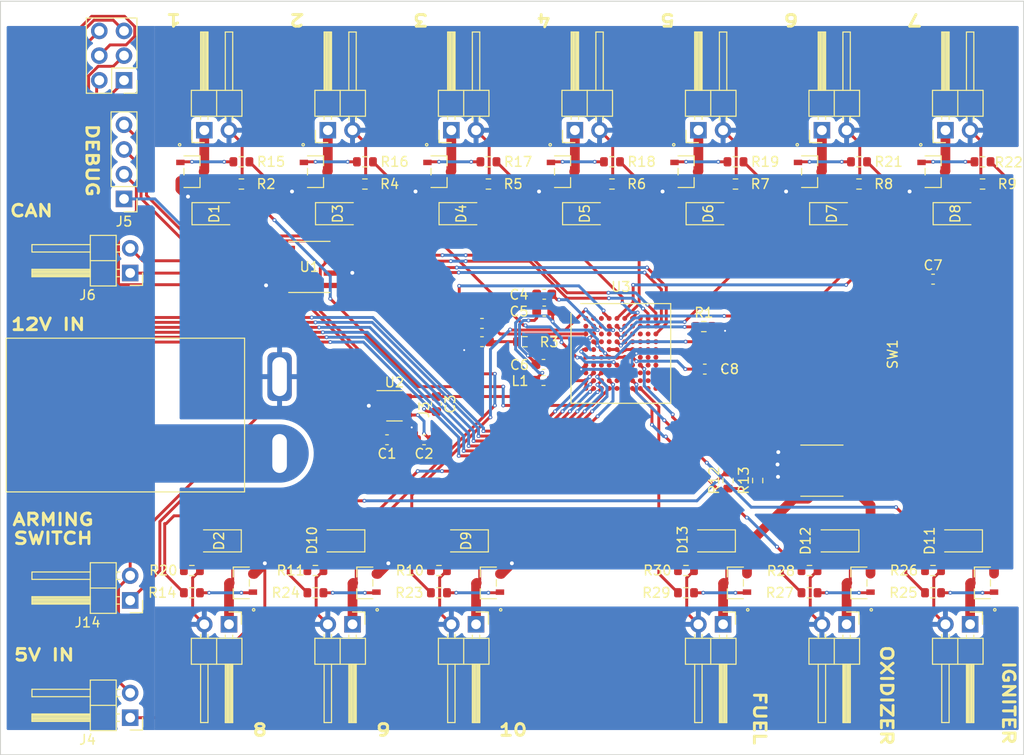
<source format=kicad_pcb>
(kicad_pcb (version 20210925) (generator pcbnew)
  (layers (0 "F.Cu" signal) (31 "B.Cu" signal) (34 "B.Paste" user) (35 "F.Paste" user) (36 "B.SilkS" user "B.Silkscreen") (37 "F.SilkS" user "F.Silkscreen") (38 "B.Mask" user) (39 "F.Mask" user) (44 "Edge.Cuts" user))
  (net 0 "")
  (net 1 "+12V")
  (net 2 "Net-(D2-Pad2)")
  (net 3 "Net-(D1-Pad2)")
  (net 4 "Net-(D3-Pad2)")
  (net 5 "/MOSFET-sheet/INPUT")
  (net 6 "GND")
  (net 7 "Net-(D2-Pad1)")
  (net 8 "/MOSFET-sheet1/INPUT")
  (net 9 "Net-(D1-Pad1)")
  (net 10 "/MOSFET-sheet2/INPUT")
  (net 11 "Net-(D3-Pad1)")
  (net 12 "Net-(D8-Pad2)")
  (net 13 "/MOSFET-sheet6/INPUT")
  (net 14 "Net-(MOSFET6-Pad1)")
  (net 15 "Net-(D7-Pad2)")
  (net 16 "/MOSFET-sheet5/INPUT")
  (net 17 "Net-(MOSFET5-Pad1)")
  (net 18 "Net-(D6-Pad2)")
  (net 19 "Net-(MOSFET2-Pad1)")
  (net 20 "Net-(MOSFET18-Pad1)")
  (net 21 "/MOSFET-sheet4/INPUT")
  (net 22 "Net-(MOSFET4-Pad1)")
  (net 23 "Net-(D5-Pad2)")
  (net 24 "Net-(MOSFET1-Pad1)")
  (net 25 "/MOSFET-sheet3/INPUT")
  (net 26 "Net-(MOSFET3-Pad1)")
  (net 27 "Net-(D4-Pad2)")
  (net 28 "/Ignition MOSFET/INPUT")
  (net 29 "Net-(MOSFET13-Pad1)")
  (net 30 "Net-(D12-Pad2)")
  (net 31 "/MOSFET-sheet11/INPUT")
  (net 32 "Net-(MOSFET12-Pad1)")
  (net 33 "Net-(D11-Pad2)")
  (net 34 "/MOSFET-sheet10/INPUT")
  (net 35 "Net-(MOSFET11-Pad1)")
  (net 36 "/MOSFET-sheet9/INPUT")
  (net 37 "Net-(MOSFET9-Pad1)")
  (net 38 "Net-(D10-Pad2)")
  (net 39 "/MOSFET-sheet8/INPUT")
  (net 40 "Net-(MOSFET8-Pad1)")
  (net 41 "Net-(D9-Pad2)")
  (net 42 "Net-(D13-Pad2)")
  (net 43 "/MOSFET-sheet7/INPUT")
  (net 44 "Net-(MOSFET7-Pad1)")
  (net 45 "Net-(C10-Pad2)")
  (net 46 "Net-(C11-Pad2)")
  (net 47 "Net-(R1-Pad1)")
  (net 48 "Net-(MOSFET10-Pad4)")
  (net 49 "Net-(J14-Pad1)")
  (net 50 "+5V")
  (net 51 "Net-(C2-Pad1)")
  (net 52 "+3V3")
  (net 56 "Net-(R3-Pad2)")
  (net 63 "/SWCLK")
  (net 64 "/SWDIO")
  (net 89 "/CAN_TX")
  (net 97 "/CAN_RX")
  (net 105 "Net-(U3-PadH2)")
  (net 106 "Net-(U3-PadJ2)")
  (net 109 "Net-(C7-Pad1)")
  (net 112 "Net-(U3-PadK2)")
  (net 113 "Net-(U3-PadH3)")
  (net 117 "Net-(U3-PadJ3)")
  (net 118 "Net-(U3-PadK3)")
  (net 122 "VDDA")
  (net 123 "Net-(D9-Pad1)")
  (net 124 "Net-(D10-Pad1)")
  (net 125 "/Ignition MOSFET/GROUND")
  (net 126 "Net-(D12-Pad1)")
  (net 127 "Net-(D13-Pad1)")
  (net 128 "Net-(D11-Pad1)")
  (net 129 "Net-(D4-Pad1)")
  (net 130 "Net-(D5-Pad1)")
  (net 131 "Net-(D6-Pad1)")
  (net 132 "Net-(D7-Pad1)")
  (net 133 "Net-(D8-Pad1)")
  (net 134 "Net-(J6-Pad1)")
  (net 135 "Net-(J6-Pad2)")
  (footprint "LED_SMD:LED_1206_3216Metric" (layer "F.Cu") (at 84.841 118.359)
    (fp_text reference "D1")
    (fp_text value "LED")
  )
  (footprint "MOSFET:BSS806NEH6327XTSA1" (layer "F.Cu") (at 133.355 114.041 -90)
    (fp_text reference "MOSFET5" hide)
    (fp_text value "BSS806NEH6327XTSA1" hide)
  )
  (footprint "MOSFET:BSS806NEH6327XTSA1" (layer "F.Cu") (at 138.425 156.319 90)
    (fp_text reference "MOSFET13" hide)
    (fp_text value "BSS806NEH6327XTSA1" hide)
  )
  (footprint "Resistor_SMD:R_0603_1608Metric" (layer "F.Cu") (at 113.035 115.311)
    (fp_text reference "R5")
    (fp_text value "500")
  )
  (footprint "CustomFootprints:LatchingConnector2POS" (layer "F.Cu") (at 121.92 109.78 90)
    (fp_text reference "J8" hide)
    (fp_text value "Conn_01x02_Male")
  )
  (footprint "Resistor_SMD:R_0603_1608Metric" (layer "F.Cu") (at 138.435 115.311)
    (fp_text reference "R7")
    (fp_text value "500")
  )
  (footprint "Capacitor_SMD:C_0603_1608Metric" (layer "F.Cu") (at 107.685 137.935 -90)
    (fp_text reference "C3")
    (fp_text value "1uF")
  )
  (footprint "Resistor_SMD:R_0603_1608Metric" (layer "F.Cu") (at 116.7892 131.5212)
    (fp_text reference "R3")
    (fp_text value "0k")
  )
  (footprint "Capacitor_SMD:C_0603_1608Metric" (layer "F.Cu") (at 118.7704 128.3716 180)
    (fp_text reference "C5")
    (fp_text value "100nF")
  )
  (footprint "LED_SMD:LED_1206_3216Metric" (layer "F.Cu") (at 148.839 152.001 180)
    (fp_text reference "D12")
    (fp_text value "LED")
  )
  (footprint "Package_TO_SOT_SMD:SOT-23-5" (layer "F.Cu") (at 103.3725 138.11)
    (fp_text reference "U2")
    (fp_text value "LD3985M33R_SOT23")
  )
  (footprint "Resistor_SMD:R_0603_1608Metric" (layer "F.Cu") (at 107.945 155.049 180)
    (fp_text reference "R10")
    (fp_text value "500")
  )
  (footprint "CustomFootprints:LatchingConnector2POS" (layer "F.Cu") (at 76.2 124.46 180)
    (fp_text reference "J6")
    (fp_text value "Conn_01x02")
  )
  (footprint "Resistor_SMD:R_0603_1608Metric" (layer "F.Cu") (at 163.835 115.311)
    (fp_text reference "R9")
    (fp_text value "500")
  )
  (footprint "LED_SMD:LED_1206_3216Metric" (layer "F.Cu") (at 161.539 152.001 180)
    (fp_text reference "D11")
    (fp_text value "LED")
  )
  (footprint "Capacitor_SMD:C_0603_1608Metric" (layer "F.Cu") (at 112.3696 131.5212)
    (fp_text reference "C11")
    (fp_text value "20pF")
  )
  (footprint "MOSFET:BSS806NEH6327XTSA1" (layer "F.Cu") (at 87.625 156.319 90)
    (fp_text reference "MOSFET18" hide)
    (fp_text value "BSS806NEH6327XTSA1" hide)
  )
  (footprint "Resistor_SMD:R_0603_1608Metric" (layer "F.Cu") (at 138.435 113.025 180)
    (fp_text reference "R19")
    (fp_text value "1K")
  )
  (footprint "Resistor_SMD:R_0603_1608Metric" (layer "F.Cu") (at 100.335 115.311)
    (fp_text reference "R4")
    (fp_text value "500")
  )
  (footprint "Capacitor_SMD:C_0603_1608Metric" (layer "F.Cu") (at 118.7704 126.6444 180)
    (fp_text reference "C4")
    (fp_text value "100nF")
  )
  (footprint "CustomFootprints:LatchingConnector2POS" (layer "F.Cu") (at 99.06 160.58 -90)
    (fp_text reference "J13" hide)
    (fp_text value "Conn_01x02_Male")
  )
  (footprint "Capacitor_SMD:C_0603_1608Metric" (layer "F.Cu") (at 118.6942 133.858 180)
    (fp_text reference "C6")
    (fp_text value "100nF")
  )
  (footprint "MOSFET:BSS806NEH6327XTSA1" (layer "F.Cu") (at 113.025 156.319 90)
    (fp_text reference "MOSFET8" hide)
    (fp_text value "BSS806NEH6327XTSA1" hide)
  )
  (footprint "LED_SMD:LED_1206_3216Metric" (layer "F.Cu") (at 135.641 118.359)
    (fp_text reference "D6")
    (fp_text value "LED")
  )
  (footprint "Resistor_SMD:R_0603_1608Metric" (layer "F.Cu") (at 125.735 115.311)
    (fp_text reference "R6")
    (fp_text value "500")
  )
  (footprint "Resistor_SMD:R_0603_1608Metric" (layer "F.Cu") (at 137.668 145.796 90)
    (fp_text reference "R12")
    (fp_text value "1K")
  )
  (footprint "LED_SMD:LED_1206_3216Metric" (layer "F.Cu") (at 148.341 118.359)
    (fp_text reference "D7")
    (fp_text value "LED")
  )
  (footprint "LED_SMD:LED_1206_3216Metric" (layer "F.Cu") (at 161.041 118.359)
    (fp_text reference "D8")
    (fp_text value "LED")
  )
  (footprint "MOSFET:BSS806NEH6327XTSA1" (layer "F.Cu") (at 82.555 114.041 -90)
    (fp_text reference "MOSFET1" hide)
    (fp_text value "BSS806NEH6327XTSA1" hide)
  )
  (footprint "Resistor_SMD:R_0603_1608Metric" (layer "F.Cu") (at 151.135 113.025 180)
    (fp_text reference "R21")
    (fp_text value "1K")
  )
  (footprint "Resistor_SMD:R_0603_1608Metric" (layer "F.Cu") (at 158.745 155.049 180)
    (fp_text reference "R26")
    (fp_text value "500")
  )
  (footprint "CustomFootprints:LatchingConnector2POS" (layer "F.Cu") (at 160.02 109.78 90)
    (fp_text reference "J11" hide)
    (fp_text value "Conn_01x02_Male")
  )
  (footprint "Resistor_SMD:R_0603_1608Metric" (layer "F.Cu") (at 151.135 115.311)
    (fp_text reference "R8")
    (fp_text value "500")
  )
  (footprint "Connector_PinHeader_2.54mm:PinHeader_2x03_P2.54mm_Vertical" (layer "F.Cu") (at 75.565 104.648 180)
    (fp_text reference "J19" hide)
    (fp_text value "Extra IO")
  )
  (footprint "LED_SMD:LED_1206_3216Metric" (layer "F.Cu") (at 97.541 118.359)
    (fp_text reference "D3")
    (fp_text value "LED")
  )
  (footprint "MOSFET:BSS806NEH6327XTSA1" (layer "F.Cu") (at 163.825 156.319 90)
    (fp_text reference "MOSFET11" hide)
    (fp_text value "BSS806NEH6327XTSA1" hide)
  )
  (footprint "CustomFootprints:LatchingConnector2POS" (layer "F.Cu") (at 76.2 170.18 180)
    (fp_text reference "J4")
    (fp_text value "Conn_01x02")
  )
  (footprint "Resistor_SMD:R_0603_1608Metric" (layer "F.Cu") (at 107.945 157.335)
    (fp_text reference "R23")
    (fp_text value "1K")
  )
  (footprint "CustomFootprints:LatchingConnector2POS" (layer "F.Cu") (at 96.52 109.78 90)
    (fp_text reference "J2" hide)
    (fp_text value "Conn_01x02_Male")
  )
  (footprint "Resistor_SMD:R_0603_1608Metric" (layer "F.Cu") (at 146.045 157.335)
    (fp_text reference "R27")
    (fp_text value "1K")
  )
  (footprint "Capacitor_SMD:C_0603_1608Metric" (layer "F.Cu") (at 102.605 141.605 180)
    (fp_text reference "C1")
    (fp_text value "1uF")
  )
  (footprint "LED_SMD:LED_1206_3216Metric" (layer "F.Cu") (at 85.339 152.001 180)
    (fp_text reference "D2")
    (fp_text value "LED")
  )
  (footprint "Resistor_SMD:R_0603_1608Metric" (layer "F.Cu") (at 82.545 155.049 180)
    (fp_text reference "R20")
    (fp_text value "500")
  )
  (footprint "MOSFET:BSS806NEH6327XTSA1" (layer "F.Cu") (at 95.255 114.041 -90)
    (fp_text reference "MOSFET2" hide)
    (fp_text value "BSS806NEH6327XTSA1" hide)
  )
  (footprint "Inductor_SMD:L_0603_1608Metric" (layer "F.Cu") (at 118.6942 135.509 180)
    (fp_text reference "L1")
    (fp_text value "10uH")
  )
  (footprint "MOSFET:BSS806NEH6327XTSA1" (layer "F.Cu") (at 151.125 156.319 90)
    (fp_text reference "MOSFET12" hide)
    (fp_text value "BSS806NEH6327XTSA1" hide)
  )
  (footprint "MOSFET:BSS806NEH6327XTSA1" (layer "F.Cu") (at 120.655 114.041 -90)
    (fp_text reference "MOSFET4" hide)
    (fp_text value "BSS806NEH6327XTSA1" hide)
  )
  (footprint "MOSFET:BSS806NEH6327XTSA1" (layer "F.Cu") (at 158.755 114.041 -90)
    (fp_text reference "MOSFET7" hide)
    (fp_text value "BSS806NEH6327XTSA1" hide)
  )
  (footprint "CustomFootprints:LatchingConnector2POS" (layer "F.Cu") (at 109.22 109.78 90)
    (fp_text reference "J7" hide)
    (fp_text value "Conn_01x02_Male")
  )
  (footprint "CustomFootprints:LatchingConnector2POS" (layer "F.Cu") (at 134.62 109.78 90)
    (fp_text reference "J9" hide)
    (fp_text value "Conn_01x02_Male")
  )
  (footprint "MOSFET:BSS806NEH6327XTSA1" (layer "F.Cu") (at 100.325 156.319 90)
    (fp_text reference "MOSFET9" hide)
    (fp_text value "BSS806NEH6327XTSA1" hide)
  )
  (footprint "CustomFootprints:LatchingConnector2POS" (layer "F.Cu") (at 147.32 109.78 90)
    (fp_text reference "J10" hide)
    (fp_text value "Conn_01x02_Male")
  )
  (footprint "Resistor_SMD:R_0603_1608Metric" (layer "F.Cu") (at 125.735 113.025 180)
    (fp_text reference "R18")
    (fp_text value "1K")
  )
  (footprint "Capacitor_SMD:C_0603_1608Metric" (layer "F.Cu") (at 135.2804 134.3406)
    (fp_text reference "C8")
    (fp_text value "100nF")
  )
  (footprint "Resistor_SMD:R_0603_1608Metric" (layer "F.Cu") (at 87.635 115.311)
    (fp_text reference "R2")
    (fp_text value "500")
  )
  (footprint "RESET BUTTON:Button CS1102" (layer "F.Cu") (at 158.75 133.35 90)
    (fp_text reference "SW1")
    (fp_text value "SW_Push_Dual")
  )
  (footprint "Capacitor_SMD:C_0603_1608Metric" (layer "F.Cu") (at 106.415 141.605 180)
    (fp_text reference "C2")
    (fp_text value "10nF")
  )
  (footprint "LED_SMD:LED_1206_3216Metric" (layer "F.Cu") (at 122.941 118.359)
    (fp_text reference "D5")
    (fp_text value "LED")
  )
  (footprint "Package_BGA:LFBGA-100_10x10mm_Layout10x10_P0.8mm" (layer "F.Cu") (at 126.6488 132.7272)
    (fp_text reference "U3")
    (fp_text value "STM32F105VBH6")
  )
  (footprint "CustomFootprints:LatchingConnector2POS" (layer "F.Cu") (at 149.86 160.58 -90)
    (fp_text reference "J16" hide)
    (fp_text value "Conn_01x02_Male")
  )
  (footprint "MOSFET:BSS806NEH6327XTSA1" (layer "F.Cu") (at 146.055 114.041 -90)
    (fp_text reference "MOSFET6" hide)
    (fp_text value "BSS806NEH6327XTSA1" hide)
  )
  (footprint "Resistor_SMD:R_0603_1608Metric" (layer "F.Cu") (at 140.716 145.796 90)
    (fp_text reference "R13")
    (fp_text value "100K")
  )
  (footprint "CustomFootprints:LatchingConnector2POS" (layer "F.Cu") (at 76.2 158.12 180)
    (fp_text reference "J14")
    (fp_text value "Arming switch")
  )
  (footprint "Resistor_SMD:R_0603_1608Metric" (layer "F.Cu") (at 133.345 155.049 180)
    (fp_text reference "R30")
    (fp_text value "500")
  )
  (footprint "Resistor_SMD:R_0603_1608Metric" (layer "F.Cu") (at 133.345 157.335)
    (fp_text reference "R29")
    (fp_text value "1K")
  )
  (footprint "Resistor_SMD:R_0603_1608Metric" (layer "F.Cu") (at 82.545 157.335)
    (fp_text reference "R14")
    (fp_text value "1K")
  )
  (footprint "Resistor_SMD:R_0603_1608Metric" (layer "F.Cu") (at 146.045 155.049 180)
    (fp_text reference "R28")
    (fp_text value "500")
  )
  (footprint "CustomFootprints:LatchingConnector2POS" (layer "F.Cu") (at 162.56 160.58 -90)
    (fp_text reference "J15" hide)
    (fp_text value "Conn_01x02_Male")
  )
  (footprint "Resistor_SMD:R_0603_1608Metric" (layer "F.Cu") (at 158.745 157.335)
    (fp_text reference "R25")
    (fp_text value "1K")
  )
  (footprint "CustomFootprints:LatchingConnector2POS" (layer "F.Cu") (at 137.16 160.58 -90)
    (fp_text reference "J17" hide)
    (fp_text value "Conn_01x02_Male")
  )
  (footprint "LED_SMD:LED_1206_3216Metric" (layer "F.Cu") (at 136.139 152.001 180)
    (fp_text reference "D13")
    (fp_text value "LED")
  )
  (footprint "LED_SMD:LED_1206_3216Metric" (layer "F.Cu") (at 110.241 118.359)
    (fp_text reference "D4")
    (fp_text value "LED")
  )
  (footprint "LED_SMD:LED_1206_3216Metric" (layer "F.Cu") (at 110.739 152.001 180)
    (fp_text reference "D9")
    (fp_text value "LED")
  )
  (footprint "LED_SMD:LED_1206_3216Metric" (layer "F.Cu") (at 98.039 152.001 180)
    (fp_text reference "D10")
    (fp_text value "LED")
  )
  (footprint "Resistor_SMD:R_0603_1608Metric" (layer "F.Cu") (at 163.835 113.025 180)
    (fp_text reference "R22")
    (fp_text value "1K")
  )
  (footprint "Resistor_SMD:R_0603_1608Metric" (layer "F.Cu") (at 100.335 113.025 180)
    (fp_text reference "R16")
    (fp_text value "1K")
  )
  (footprint "CustomFootprints:LatchingConnector2POS" (layer "F.Cu") (at 111.76 160.58 -90)
    (fp_text reference "J12" hide)
    (fp_text value "Conn_01x02_Male")
  )
  (footprint "Capacitor_SMD:C_0603_1608Metric" (layer "F.Cu") (at 112.3696 129.6416)
    (fp_text reference "C10")
    (fp_text value "20pF")
  )
  (footprint "Resistor_SMD:R_0603_1608Metric" (layer "F.Cu") (at 95.245 157.335)
    (fp_text reference "R24")
    (fp_text value "1K")
  )
  (footprint "Capacitor_SMD:C_0603_1608Metric" (layer "F.Cu") (at 158.75 125.095)
    (fp_text reference "C7")
    (fp_text value "100nF")
  )
  (footprint "CustomFootprints:LatchingConnector2POS" (layer "F.Cu") (at 83.82 109.78 90)
    (fp_text reference "J1" hide)
    (fp_text value "Conn_01x02_Male")
  )
  (footprint "CustomFootprints:PowerPoleThroughHole" (layer "F.Cu") (at 91.56 139.065 90)
    (fp_text reference "J3")
    (fp_text value "12V In")
  )
  (footprint "Resistor_SMD:R_0603_1608Metric" (layer "F.Cu") (at 113.035 113.025 180)
    (fp_text reference "R17")
    (fp_text value "1K")
  )
  (footprint "Resistor_SMD:R_0603_1608Metric" (layer "F.Cu") (at 95.245 155.049 180)
    (fp_text reference "R11")
    (fp_text value "500")
  )
  (footprint "MOSFET:BSS806NEH6327XTSA1" (layer "F.Cu") (at 107.955 114.041 -90)
    (fp_text reference "MOSFET3" hide)
    (fp_text value "BSS806NEH6327XTSA1" hide)
  )
  (footprint "MOSFET 2:BUK9Y21-40E" (layer "F.Cu") (at 147.32 144.78 -90)
    (fp_text reference "MOSFET10" hide)
    (fp_text value "BUK9Y21-40E" hide)
  )
  (footprint "MAX33012EASA+:MAX33012EASA+" (layer "F.Cu") (at 94.622611 123.835353 180)
    (fp_text reference "U1")
    (fp_text value "MAX33012EASA+" hide)
  )
  (footprint "Resistor_SMD:R_0603_1608Metric" (layer "F.Cu") (at 135.1788 129.9672)
    (fp_text reference "R1")
    (fp_text value "10k")
  )
  (footprint "CustomFootprints:LatchingConnector2POS" (layer "F.Cu") (at 86.36 160.58 -90)
    (fp_text reference "J18" hide)
    (fp_text value "Conn_01x02_Male")
  )
  (footprint "Connector_PinHeader_2.54mm:PinHeader_1x04_P2.54mm_Vertical" (layer "F.Cu") (at 75.565 116.84 180)
    (fp_text reference "J5")
    (fp_text value "SWD Header")
  )
  (footprint "Resistor_SMD:R_0603_1608Metric" (layer "F.Cu") (at 87.635 113.025 180)
    (fp_text reference "R15")
    (fp_text value "1K")
  )
  (gr_line (start 168.06 96.52) (end 168.06 173.99) (layer "Edge.Cuts") (width 0.1))
  (gr_line (start 62.865 96.52) (end 168.06 96.52) (layer "Edge.Cuts") (width 0.1))
  (gr_line (start 168.06 173.99) (end 62.865 173.99) (layer "Edge.Cuts") (width 0.1))
  (gr_line (start 62.865 173.99) (end 62.865 96.52) (layer "Edge.Cuts") (width 0.1))
  (gr_text "4" (at 118.745 98.425 180) (layer "F.SilkS") (effects (font (size 1.2 1.5) (thickness 0.3))))
  (gr_text "5V IN" (at 67.3608 163.7284) (layer "F.SilkS") (effects (font (size 1.2 1.5) (thickness 0.3))))
  (gr_text "ARMING\nSWITCH" (at 68.2752 150.7744) (layer "F.SilkS") (effects (font (size 1.2 1.5) (thickness 0.3))))
  (gr_text "8" (at 89.535 171.45) (layer "F.SilkS") (effects (font (size 1.2 1.5) (thickness 0.3))))
  (gr_text "7" (at 156.845 98.425 180) (layer "F.SilkS") (effects (font (size 1.2 1.5) (thickness 0.3))))
  (gr_text "CAN" (at 66.04 118.0592) (layer "F.SilkS") (effects (font (size 1.2 1.5) (thickness 0.3))))
  (gr_text "12V IN" (at 67.7672 129.7432) (layer "F.SilkS") (effects (font (size 1.2 1.5) (thickness 0.3))))
  (gr_text "DEBUG" (at 72.2884 112.8776 270) (layer "F.SilkS") (effects (font (size 1.2 1.5) (thickness 0.3))))
  (gr_text "IGNITER" (at 166.5224 168.656 270) (layer "F.SilkS") (effects (font (size 1.2 1.5) (thickness 0.3))))
  (gr_text "9" (at 102.235 171.45) (layer "F.SilkS") (effects (font (size 1.2 1.5) (thickness 0.3))))
  (gr_text "5" (at 131.445 98.425 180) (layer "F.SilkS") (effects (font (size 1.2 1.5) (thickness 0.3))))
  (gr_text "6" (at 144.145 98.425 180) (layer "F.SilkS") (effects (font (size 1.2 1.5) (thickness 0.3))))
  (gr_text "FUEL" (at 140.9192 170.2308 270) (layer "F.SilkS") (effects (font (size 1.2 1.5) (thickness 0.3))))
  (gr_text "1" (at 80.645 98.425 180) (layer "F.SilkS") (effects (font (size 1.2 1.5) (thickness 0.3))))
  (gr_text "2" (at 93.345 98.425 180) (layer "F.SilkS") (effects (font (size 1.2 1.5) (thickness 0.3))))
  (gr_text "3" (at 106.045 98.425 180) (layer "F.SilkS") (effects (font (size 1.2 1.5) (thickness 0.3))))
  (gr_text "OXIDIZER" (at 153.9748 167.894 270) (layer "F.SilkS") (effects (font (size 1.2 1.5) (thickness 0.3))))
  (gr_text "10" (at 115.57 171.45) (layer "F.SilkS") (effects (font (size 1.2 1.5) (thickness 0.3))))
  (segment (start 83.37 155.049) (end 82.62048 155.79852) (width 0.3) (layer "F.Cu") (net 1))
  (segment (start 111.76 109.78) (end 113.11048 111.13048) (width 0.3) (layer "F.Cu") (net 1))
  (segment (start 86.36 109.78) (end 87.71048 111.13048) (width 0.3) (layer "F.Cu") (net 1))
  (segment (start 137.16 109.78) (end 138.51048 111.13048) (width 0.3) (layer "F.Cu") (net 1))
  (segment (start 133.42048 155.79852) (end 133.42048 159.38048) (width 0.3) (layer "F.Cu") (net 1))
  (segment (start 100.41048 114.41052) (end 99.51 115.311) (width 0.3) (layer "F.Cu") (net 1))
  (segment (start 163.65952 114.66148) (end 163.65952 110.87952) (width 0.3) (layer "F.Cu") (net 1))
  (segment (start 163.01 115.311) (end 163.65952 114.66148) (width 0.3) (layer "F.Cu") (net 1))
  (segment (start 87.71048 111.13048) (end 87.71048 114.41052) (width 0.3) (layer "F.Cu") (net 1))
  (segment (start 146.12048 159.38048) (end 147.32 160.58) (width 0.3) (layer "F.Cu") (net 1))
  (segment (start 124.46 109.78) (end 125.81048 111.13048) (width 0.3) (layer "F.Cu") (net 1))
  (segment (start 95.32048 155.79852) (end 95.32048 159.38048) (width 0.3) (layer "F.Cu") (net 1))
  (segment (start 108.77 155.049) (end 108.02048 155.79852) (width 0.3) (layer "F.Cu") (net 1))
  (segment (start 160.02 160.58) (end 158.82048 159.38048) (width 0.3) (layer "F.Cu") (net 1))
  (segment (start 108.02048 159.38048) (end 109.22 160.58) (width 0.3) (layer "F.Cu") (net 1))
  (segment (start 138.51048 111.13048) (end 138.51048 114.41052) (width 0.3) (layer "F.Cu") (net 1))
  (segment (start 113.11048 114.41052) (end 112.21 115.311) (width 0.3) (layer "F.Cu") (net 1))
  (segment (start 125.81048 114.41052) (end 124.91 115.311) (width 0.3) (layer "F.Cu") (net 1))
  (segment (start 146.87 155.049) (end 146.12048 155.79852) (width 0.3) (layer "F.Cu") (net 1))
  (segment (start 87.71048 114.41052) (end 86.81 115.311) (width 0.3) (layer "F.Cu") (net 1))
  (segment (start 138.51048 114.41052) (end 137.61 115.311) (width 0.3) (layer "F.Cu") (net 1))
  (segment (start 82.62048 159.38048) (end 83.82 160.58) (width 0.3) (layer "F.Cu") (net 1))
  (segment (start 149.86 109.78) (end 151.21048 111.13048) (width 0.3) (layer "F.Cu") (net 1))
  (segment (start 133.42048 159.38048) (end 134.62 160.58) (width 0.3) (layer "F.Cu") (net 1))
  (segment (start 134.17 155.049) (end 133.42048 155.79852) (width 0.3) (layer "F.Cu") (net 1))
  (segment (start 100.41048 111.13048) (end 100.41048 114.41052) (width 0.3) (layer "F.Cu") (net 1))
  (segment (start 158.82048 159.38048) (end 158.82048 155.79852) (width 0.3) (layer "F.Cu") (net 1))
  (segment (start 163.65952 110.87952) (end 162.56 109.78) (width 0.3) (layer "F.Cu") (net 1))
  (segment (start 113.11048 111.13048) (end 113.11048 114.41052) (width 0.3) (layer "F.Cu") (net 1))
  (segment (start 82.62048 155.79852) (end 82.62048 159.38048) (width 0.3) (layer "F.Cu") (net 1))
  (segment (start 151.21048 114.41052) (end 150.31 115.311) (width 0.3) (layer "F.Cu") (net 1))
  (segment (start 146.12048 155.79852) (end 146.12048 159.38048) (width 0.3) (layer "F.Cu") (net 1))
  (segment (start 125.81048 111.13048) (end 125.81048 114.41052) (width 0.3) (layer "F.Cu") (net 1))
  (segment (start 96.07 155.049) (end 95.32048 155.79852) (width 0.3) (layer "F.Cu") (net 1))
  (segment (start 158.82048 155.79852) (end 159.57 155.049) (width 0.3) (layer "F.Cu") (net 1))
  (segment (start 108.02048 155.79852) (end 108.02048 159.38048) (width 0.3) (layer "F.Cu") (net 1))
  (segment (start 99.06 109.78) (end 100.41048 111.13048) (width 0.3) (layer "F.Cu") (net 1))
  (segment (start 151.21048 111.13048) (end 151.21048 114.41052) (width 0.3) (layer "F.Cu") (net 1))
  (segment (start 95.32048 159.38048) (end 96.52 160.58) (width 0.3) (layer "F.Cu") (net 1))
  (segment (start 91.56 143.015) (end 75.07 143.015) (width 6) (layer "B.Cu") (net 1))
  (segment (start 81.72 154.22) (end 81.72 155.049) (width 0.3) (layer "F.Cu") (net 2))
  (segment (start 83.939 152.001) (end 81.72 154.22) (width 0.3) (layer "F.Cu") (net 2))
  (segment (start 88.46 116.14) (end 88.46 115.311) (width 0.3) (layer "F.Cu") (net 3))
  (segment (start 86.241 118.359) (end 88.46 116.14) (width 0.3) (layer "F.Cu") (net 3))
  (segment (start 101.16 116.14) (end 101.16 115.311) (width 0.3) (layer "F.Cu") (net 4))
  (segment (start 98.941 118.359) (end 101.16 116.14) (width 0.3) (layer "F.Cu") (net 4))
  (segment (start 79.751 155.366) (end 79.751 150.223) (width 0.3) (layer "F.Cu") (net 5))
  (segment (start 125.4488 135.5272) (end 125.4488 135.53275) (width 0.3) (layer "F.Cu") (net 5))
  (segment (start 118.618 144.8308) (end 124.2568 139.192) (width 0.3) (layer "F.Cu") (net 5))
  (segment (start 125.4488 135.53275) (end 125.844474 135.928424) (width 0.3) (layer "F.Cu") (net 5))
  (segment (start 79.751 150.223) (end 79.901 150.223) (width 0.3) (layer "F.Cu") (net 5))
  (segment (start 80.70004 149.42396) (end 101.17244 149.42396) (width 0.3) (layer "F.Cu") (net 5))
  (segment (start 108.2548 144.8308) (end 118.618 144.8308) (width 0.3) (layer "F.Cu") (net 5))
  (segment (start 101.17244 149.42396) (end 105.7656 144.8308) (width 0.3) (layer "F.Cu") (net 5))
  (segment (start 81.72 157.335) (end 79.751 155.366) (width 0.3) (layer "F.Cu") (net 5))
  (segment (start 79.901 150.223) (end 80.70004 149.42396) (width 0.3) (layer "F.Cu") (net 5))
  (via (at 105.7656 144.8308) (size 0.4) (drill 0.2) (layers "F.Cu" "B.Cu") (net 5))
  (via (at 124.2568 139.192) (size 0.4) (drill 0.2) (layers "F.Cu" "B.Cu") (net 5))
  (via (at 108.2548 144.8308) (size 0.4) (drill 0.2) (layers "F.Cu" "B.Cu") (net 5))
  (via (at 125.844474 135.928424) (size 0.4) (drill 0.2) (layers "F.Cu" "B.Cu") (net 5))
  (segment (start 124.2568 139.192) (end 125.844474 137.604326) (width 0.3) (layer "B.Cu") (net 5))
  (segment (start 105.7656 144.8308) (end 108.2548 144.8308) (width 0.3) (layer "B.Cu") (net 5))
  (segment (start 125.844474 137.604326) (end 125.844474 135.928424) (width 0.3) (layer "B.Cu") (net 5))
  (segment (start 142.36372 144.971) (end 142.80772 145.415) (width 0.3) (layer "F.Cu") (net 6))
  (segment (start 127.850469 132.3272) (end 128.244036 132.720767) (width 0.3) (layer "F.Cu") (net 6))
  (segment (start 88.956001 155.391999) (end 90.043 154.305) (width 1) (layer "F.Cu") (net 6))
  (segment (start 123.453729 131.122271) (end 123.8488 130.7272) (width 0.3) (layer "F.Cu") (net 6))
  (segment (start 101.83 141.605) (end 101.22298 140.99798) (width 0.3) (layer "F.Cu") (net 6))
  (segment (start 119.323999 114.991001) (end 118.237 116.078) (width 1) (layer "F.Cu") (net 6))
  (segment (start 136.0038 129.9672) (end 136.9268 129.9672) (width 0.3) (layer "F.Cu") (net 6))
  (segment (start 88.8188 155.391999) (end 88.956001 155.391999) (width 1) (layer "F.Cu") (net 6))
  (segment (start 157.423999 114.991001) (end 156.337 116.078) (width 1) (layer "F.Cu") (net 6))
  (segment (start 117.9192 133.858) (end 117.9192 133.7688) (width 0.3) (layer "F.Cu") (net 6))
  (segment (start 123.0488 133.9272) (end 123.0488 134.7272) (width 0.3) (layer "F.Cu") (net 6))
  (segment (start 126.7988 132.5772) (end 126.4988 132.5772) (width 0.3) (layer "F.Cu") (net 6))
  (segment (start 107.685 138.71) (end 106.695 138.71) (width 0.3) (layer "F.Cu") (net 6))
  (segment (start 111.5946 131.5212) (end 111.4044 131.5212) (width 0.3) (layer "F.Cu") (net 6))
  (segment (start 111.4044 131.5212) (end 110.5408 132.3848) (width 0.3) (layer "F.Cu") (net 6))
  (segment (start 117.9192 133.7688) (end 117.094 132.9436) (width 0.3) (layer "F.Cu") (net 6))
  (segment (start 117.7544 129.3368) (end 117.9954 129.0958) (width 0.3) (layer "F.Cu") (net 6))
  (segment (start 76.2 170.18) (end 79.159022 170.18) (width 0.3) (layer "F.Cu") (net 6))
  (segment (start 106.695 138.71) (end 106.415 138.43) (width 0.3) (layer "F.Cu") (net 6))
  (segment (start 111.5946 131.5212) (end 111.5946 129.6416) (width 0.3) (layer "F.Cu") (net 6))
  (segment (start 105.64 140.83) (end 105.145 140.335) (width 0.3) (layer "F.Cu") (net 6))
  (segment (start 144.8612 114.991001) (end 144.723999 114.991001) (width 1) (layer "F.Cu") (net 6))
  (segment (start 127.8488 132.3272) (end 127.0488 132.3272) (width 0.3) (layer "F.Cu") (net 6))
  (segment (start 97.08761 124.470353) (end 99.008231 124.470353) (width 0.3) (layer "F.Cu") (net 6))
  (segment (start 144.3736 144.145) (end 142.758197 144.145) (width 1) (layer "F.Cu") (net 6))
  (segment (start 106.7612 114.991001) (end 106.623999 114.991001) (width 1) (layer "F.Cu") (net 6))
  (segment (start 114.356001 155.391999) (end 115.443 154.305) (width 1) (layer "F.Cu") (net 6))
  (segment (start 90.180353 125.740353) (end 90.17 125.73) (width 0.3) (layer "F.Cu") (net 6))
  (segment (start 123.444 131.122271) (end 123.453729 131.122271) (width 0.3) (layer "F.Cu") (net 6))
  (segment (start 127.8488 132.3272) (end 127.850469 132.3272) (width 0.3) (layer "F.Cu") (net 6))
  (segment (start 144.723999 114.991001) (end 143.637 116.078) (width 1) (layer "F.Cu") (net 6))
  (segment (start 161 137.3) (end 157.965 140.335) (width 0.3) (layer "F.Cu") (net 6))
  (segment (start 101.5188 155.391999) (end 101.656001 155.391999) (width 1) (layer "F.Cu") (net 6))
  (segment (start 137.0584 134.3406) (end 137.0838 134.366) (width 0.3) (layer "F.Cu") (net 6))
  (segment (start 90.043 159.296022) (end 90.043 154.305) (width 0.3) (layer "F.Cu") (net 6))
  (segment (start 81.3612 115.82097) (end 82.144882 116.604652) (width 1) (layer "F.Cu") (net 6))
  (segment (start 132.1612 114.991001) (end 132.023999 114.991001) (width 1) (layer "F.Cu") (net 6))
  (segment (start 122.9416 134.7272) (end 122.5804 134.366) (width 0.3) (layer "F.Cu") (net 6))
  (segment (start 126.2488 132.3272) (end 125.4488 132.3272) (width 0.3) (layer "F.Cu") (net 6))
  (segment (start 145.375935 140.335) (end 142.835935 142.875) (width 0.3) (layer "F.Cu") (net 6))
  (segment (start 136.9268 129.9672) (end 137.3632 130.4036) (width 0.3) (layer "F.Cu") (net 6))
  (segment (start 126.4988 132.5772) (end 126.2488 132.3272) (width 0.3) (layer "F.Cu") (net 6))
  (segment (start 114.2188 155.391999) (end 114.356001 155.391999) (width 1) (layer "F.Cu") (net 6))
  (segment (start 161 129.4) (end 161 137.3) (width 0.3) (layer "F.Cu") (net 6))
  (segment (start 127.0488 132.3272) (end 126.7988 132.5772) (width 0.3) (layer "F.Cu") (net 6))
  (segment (start 123.0488 133.9272) (end 123.0192 133.9272) (width 0.3) (layer "F.Cu") (net 6))
  (segment (start 99.008231 124.470353) (end 99.037725 124.440859) (width 0.3) (layer "F.Cu") (net 6))
  (segment (start 79.159022 170.18) (end 90.043 159.296022) (width 0.3) (layer "F.Cu") (net 6))
  (segment (start 157.5612 114.991001) (end 157.423999 114.991001) (width 1) (layer "F.Cu") (net 6))
  (segment (start 123.0488 134.7272) (end 122.9416 134.7272) (width 0.3) (layer "F.Cu") (net 6))
  (segment (start 157.965 140.335) (end 145.375935 140.335) (width 0.3) (layer "F.Cu") (net 6))
  (segment (start 161 126.57) (end 159.525 125.095) (width 0.3) (layer "F.Cu") (net 6))
  (segment (start 117.1448 129.3368) (end 117.7544 129.3368) (width 0.3) (layer "F.Cu") (net 6))
  (segment (start 140.716 144.971) (end 142.36372 144.971) (width 0.3) (layer "F.Cu") (net 6))
  (segment (start 93.923999 114.991001) (end 92.837 116.078) (width 1) (layer "F.Cu") (net 6))
  (segment (start 119.4612 114.991001) (end 119.323999 114.991001) (width 1) (layer "F.Cu") (net 6))
  (segment (start 92.157612 125.740353) (end 90.180353 125.740353) (width 0.3) (layer "F.Cu") (net 6))
  (segment (start 123.0192 133.9272) (end 122.5804 134.366) (width 0.3) (layer "F.Cu") (net 6))
  (segment (start 144.3736 142.875) (end 142.835935 142.875) (width 1) (layer "F.Cu") (net 6))
  (segment (start 101.656001 155.391999) (end 102.743 154.305) (width 1) (layer "F.Cu") (net 6))
  (segment (start 101.22298 138.597387) (end 100.734724 138.109131) (width 0.3) (layer "F.Cu") (net 6))
  (segment (start 117.9954 126.6444) (end 117.9954 128.3716) (width 0.3) (layer "F.Cu") (net 6))
  (segment (start 161 129.4) (end 161 126.57) (width 0.3) (layer "F.Cu") (net 6))
  (segment (start 106.623999 114.991001) (end 105.537 116.078) (width 1) (layer "F.Cu") (net 6))
  (segment (start 102.235 138.11) (end 100.735593 138.11) (width 0.3) (layer "F.Cu") (net 6))
  (segment (start 81.3612 114.991001) (end 81.3612 115.82097) (width 1) (layer "F.Cu") (net 6))
  (segment (start 101.22298 140.99798) (end 101.22298 138.597387) (width 0.3) (layer "F.Cu") (net 6))
  (segment (start 105.64 141.605) (end 105.64 140.83) (width 0.3) (layer "F.Cu") (net 6))
  (segment (start 117.9954 129.0958) (end 117.9954 128.3716) (width 0.3) (layer "F.Cu") (net 6))
  (segment (start 144.3736 145.415) (end 142.80772 145.415) (width 1) (layer "F.Cu") (net 6))
  (segment (start 136.0554 134.3406) (end 137.0584 134.3406) (width 0.3) (layer "F.Cu") (net 6))
  (segment (start 94.0612 114.991001) (end 93.923999 114.991001) (width 1) (layer "F.Cu") (net 6))
  (segment (start 132.023999 114.991001) (end 130.937 116.078) (width 1) (layer "F.Cu") (net 6))
  (segment (start 100.735593 138.11) (end 100.734724 138.109131) (width 0.3) (layer "F.Cu") (net 6))
  (via (at 137.3632 130.4036) (size 0.4) (drill 0.2) (layers "F.Cu" "B.Cu") (net 6))
  (via (at 105.145 140.335) (size 0.4) (drill 0.2) (layers "F.Cu" "B.Cu") (net 6))
  (via (at 156.337 116.078) (size 1) (drill 0.4) (layers "F.Cu" "B.Cu") (net 6))
  (via (at 100.734724 138.109131) (size 1) (drill 0.4) (layers "F.Cu" "B.Cu") (net 6))
  (via (at 130.937 116.078) (size 1) (drill 0.4) (layers "F.Cu" "B.Cu") (net 6))
  (via (at 137.0838 134.366) (size 0.4) (drill 0.2) (layers "F.Cu" "B.Cu") (net 6))
  (via (at 143.637 116.078) (size 1) (drill 0.4) (layers "F.Cu" "B.Cu") (net 6))
  (via (at 110.5408 132.3848) (size 0.4) (drill 0.2) (layers "F.Cu" "B.Cu") (net 6))
  (via (at 142.758197 144.145) (size 1) (drill 0.4) (layers "F.Cu" "B.Cu") (net 6))
  (via (at 123.444 131.122271) (size 0.4) (drill 0.2) (layers "F.Cu" "B.Cu") (net 6))
  (via (at 142.835935 142.875) (size 1) (drill 0.4) (layers "F.Cu" "B.Cu") (net 6))
  (via (at 90.043 154.305) (size 1) (drill 0.4) (layers "F.Cu" "B.Cu") (net 6))
  (via (at 105.537 116.078) (size 1) (drill 0.4) (layers "F.Cu" "B.Cu") (net 6))
  (via (at 92.837 116.078) (size 1) (drill 0.4) (layers "F.Cu" "B.Cu") (net 6))
  (via (at 117.1448 129.3368) (size 0.4) (drill 0.2) (layers "F.Cu" "B.Cu") (net 6))
  (via (at 90.17 125.73) (size 1) (drill 0.4) (layers "F.Cu" "B.Cu") (net 6))
  (via (at 118.237 116.078) (size 1) (drill 0.4) (layers "F.Cu" "B.Cu") (net 6))
  (via (at 102.743 154.305) (size 1) (drill 0.4) (layers "F.Cu" "B.Cu") (net 6))
  (via (at 115.443 154.305) (size 1) (drill 0.4) (layers "F.Cu" "B.Cu") (net 6))
  (via (at 128.244036 132.720767) (size 0.4) (drill 0.2) (layers "F.Cu" "B.Cu") (net 6))
  (via (at 82.144882 116.604652) (size 1) (drill 0.4) (layers "F.Cu" "B.Cu") (net 6))
  (via (at 142.80772 145.415) (size 1) (drill 0.4) (layers "F.Cu" "B.Cu") (net 6))
  (via (at 106.415 138.43) (size 0.4) (drill 0.2) (layers "F.Cu" "B.Cu") (net 6))
  (via (at 99.037725 124.440859) (size 1) (drill 0.4) (layers "F.Cu" "B.Cu") (net 6))
  (via (at 117.094 132.9436) (size 0.4) (drill 0.2) (layers "F.Cu" "B.Cu") (net 6))
  (via (at 122.5804 134.366) (size 0.4) (drill 0.2) (layers "F.Cu" "B.Cu") (net 6))
  (segment (start 122.5804 134.366) (end 127.249465 134.366) (width 0.3) (layer "B.Cu") (net 6))
  (segment (start 123.359623 131.122271) (end 121.724489 132.757405) (width 0.3) (layer "B.Cu") (net 6))
  (segment (start 116.2304 129.818694) (end 116.2304 129.7432) (width 0.3) (layer "B.Cu") (net 6))
  (segment (start 75.565 116.84) (end 78.74 116.84) (width 0.3) (layer "B.Cu") (net 6))
  (segment (start 127.794525 133.170278) (end 128.244036 132.720767) (width 0.3) (layer "B.Cu") (net 6))
  (segment (start 78.74 116.84) (end 82.55 120.65) (width 0.3) (layer "B.Cu") (net 6))
  (segment (start 121.158 132.9436) (end 121.724489 133.510089) (width 0.3) (layer "B.Cu") (net 6))
  (segment (start 127.794525 133.82094) (end 127.794525 133.170278) (width 0.3) (layer "B.Cu") (net 6))
  (segment (start 116.2304 132.08) (end 117.094 132.9436) (width 0.3) (layer "B.Cu") (net 6))
  (segment (start 121.724489 133.510089) (end 122.5804 134.366) (width 0.3) (layer "B.Cu") (net 6))
  (segment (start 116.2304 129.7432) (end 116.6368 129.3368) (width 0.3) (layer "B.Cu") (net 6))
  (segment (start 117.094 132.9436) (end 121.158 132.9436) (width 0.3) (layer "B.Cu") (net 6))
  (segment (start 127.249465 134.366) (end 127.794525 133.82094) (width 0.3) (layer "B.Cu") (net 6))
  (segment (start 116.6368 129.3368) (end 117.1448 129.3368) (width 0.3) (layer "B.Cu") (net 6))
  (segment (start 116.2304 129.818694) (end 116.2304 132.08) (width 0.3) (layer "B.Cu") (net 6))
  (segment (start 121.724489 132.757405) (end 121.724489 133.510089) (width 0.3) (layer "B.Cu") (net 6))
  (segment (start 123.444 131.122271) (end 123.359623 131.122271) (width 0.3) (layer "B.Cu") (net 6))
  (segment (start 86.739 152.001) (end 86.739 156.0112) (width 0.3) (layer "F.Cu") (net 7))
  (segment (start 86.36 160.58) (end 86.36 156.3902) (width 1) (layer "F.Cu") (net 7))
  (segment (start 86.36 156.3902) (end 86.4312 156.319) (width 1) (layer "F.Cu") (net 7))
  (segment (start 86.739 156.0112) (end 86.4312 156.319) (width 0.3) (layer "F.Cu") (net 7))
  (segment (start 123.7016 138.0744) (end 114.554 138.0744) (width 0.3) (layer "F.Cu") (net 8))
  (segment (start 105.8164 136.144) (end 96.774 127.1016) (width 0.3) (layer "F.Cu") (net 8))
  (segment (start 90.429 114.994) (end 90.429 115.2094) (width 0.3) (layer "F.Cu") (net 8))
  (segment (start 125.4488 136.3272) (end 123.7016 138.0744) (width 0.3) (layer "F.Cu") (net 8))
  (segment (start 114.554 136.144) (end 105.8164 136.144) (width 0.3) (layer "F.Cu") (net 8))
  (segment (start 91.0336 119.0244) (end 90.429 118.4198) (width 0.3) (layer "F.Cu") (net 8))
  (segment (start 88.46 113.025) (end 90.429 114.994) (width 0.3) (layer "F.Cu") (net 8))
  (segment (start 90.429 118.4198) (end 90.429 115.2094) (width 0.3) (layer "F.Cu") (net 8))
  (via (at 91.0336 119.0244) (size 0.4) (drill 0.2) (layers "F.Cu" "B.Cu") (net 8))
  (via (at 114.554 138.0744) (size 0.4) (drill 0.2) (layers "F.Cu" "B.Cu") (net 8))
  (via (at 96.774 127.1016) (size 0.4) (drill 0.2) (layers "F.Cu" "B.Cu") (net 8))
  (via (at 114.554 136.144) (size 0.4) (drill 0.2) (layers "F.Cu" "B.Cu") (net 8))
  (segment (start 114.554 138.0744) (end 114.554 136.144) (width 0.3) (layer "B.Cu") (net 8))
  (segment (start 96.774 127.1016) (end 96.774 124.7648) (width 0.3) (layer "B.Cu") (net 8))
  (segment (start 96.774 124.7648) (end 91.0336 119.0244) (width 0.3) (layer "B.Cu") (net 8))
  (segment (start 83.441 114.3488) (end 83.7488 114.041) (width 0.3) (layer "F.Cu") (net 9))
  (segment (start 83.441 118.359) (end 83.441 114.3488) (width 0.3) (layer "F.Cu") (net 9))
  (segment (start 83.82 113.9698) (end 83.7488 114.041) (width 1) (layer "F.Cu") (net 9))
  (segment (start 83.82 109.78) (end 83.82 113.9698) (width 1) (layer "F.Cu") (net 9))
  (segment (start 122.174 133.1468) (end 122.11898 133.1468) (width 0.3) (layer "F.Cu") (net 10))
  (segment (start 103.129 114.994) (end 103.129 116.312306) (width 0.3) (layer "F.Cu") (net 10))
  (segment (start 101.16 113.025) (end 103.129 114.994) (width 0.3) (layer "F.Cu") (net 10))
  (segment (start 116.661494 129.8448) (end 116.84 129.8448) (width 0.3) (layer "F.Cu") (net 10))
  (segment (start 103.129 116.312306) (end 116.661494 129.8448) (width 0.3) (layer "F.Cu") (net 10))
  (segment (start 122.11898 133.1468) (end 120.5484 131.57622) (width 0.3) (layer "F.Cu") (net 10))
  (segment (start 126.21115 133.9272) (end 125.905348 133.621398) (width 0.3) (layer "F.Cu") (net 10))
  (segment (start 126.2488 133.9272) (end 126.21115 133.9272) (width 0.3) (layer "F.Cu") (net 10))
  (segment (start 126.2488 133.9272) (end 126.253705 133.9272) (width 0.3) (layer "F.Cu") (net 10))
  (via (at 116.84 129.8448) (size 0.4) (drill 0.2) (layers "F.Cu" "B.Cu") (net 10))
  (via (at 125.905348 133.621398) (size 0.4) (drill 0.2) (layers "F.Cu" "B.Cu") (net 10))
  (via (at 120.5484 131.57622) (size 0.4) (drill 0.2) (layers "F.Cu" "B.Cu") (net 10))
  (via (at 122.174 133.1468) (size 0.4) (drill 0.2) (layers "F.Cu" "B.Cu") (net 10))
  (segment (start 122.5296 133.1468) (end 123.004198 133.621398) (width 0.3) (layer "B.Cu") (net 10))
  (segment (start 122.5296 133.1468) (end 122.174 133.1468) (width 0.3) (layer "B.Cu") (net 10))
  (segment (start 120.5484 131.1656) (end 119.38 129.9972) (width 0.3) (layer "B.Cu") (net 10))
  (segment (start 120.5484 131.57622) (end 120.5484 131.1656) (width 0.3) (layer "B.Cu") (net 10))
  (segment (start 116.9924 129.9972) (end 116.84 129.8448) (width 0.3) (layer "B.Cu") (net 10))
  (segment (start 119.38 129.9972) (end 116.9924 129.9972) (width 0.3) (layer "B.Cu") (net 10))
  (segment (start 125.905348 133.621398) (end 123.004198 133.621398) (width 0.3) (layer "B.Cu") (net 10))
  (segment (start 96.52 113.9698) (end 96.4488 114.041) (width 1) (layer "F.Cu") (net 11))
  (segment (start 96.52 109.78) (end 96.52 113.9698) (width 1) (layer "F.Cu") (net 11))
  (segment (start 96.141 114.3488) (end 96.4488 114.041) (width 0.3) (layer "F.Cu") (net 11))
  (segment (start 96.141 118.359) (end 96.141 114.3488) (width 0.3) (layer "F.Cu") (net 11))
  (segment (start 162.441 118.359) (end 164.66 116.14) (width 0.3) (layer "F.Cu") (net 12))
  (segment (start 164.66 116.14) (end 164.66 115.311) (width 0.3) (layer "F.Cu") (net 12))
  (segment (start 137.2616 128.8796) (end 145.1864 128.8796) (width 0.3) (layer "F.Cu") (net 13))
  (segment (start 151.96 113.025) (end 153.929 114.994) (width 0.3) (layer "F.Cu") (net 13))
  (segment (start 153.929 114.994) (end 153.929 120.137) (width 0.3) (layer "F.Cu") (net 13))
  (segment (start 145.1864 128.8796) (end 153.929 120.137) (width 0.3) (layer "F.Cu") (net 13))
  (segment (start 126.2488 129.928113) (end 126.651808 130.331121) (width 0.3) (layer "F.Cu") (net 13))
  (segment (start 126.2488 129.9272) (end 126.2488 129.928113) (width 0.3) (layer "F.Cu") (net 13))
  (via (at 137.2616 128.8796) (size 0.4) (drill 0.2) (layers "F.Cu" "B.Cu") (net 13))
  (via (at 126.651808 130.331121) (size 0.4) (drill 0.2) (layers "F.Cu" "B.Cu") (net 13))
  (segment (start 127.9652 129.0828) (end 128.448506 129.0828) (width 0.3) (layer "B.Cu") (net 13))
  (segment (start 126.651808 130.331121) (end 126.716879 130.331121) (width 0.3) (layer "B.Cu") (net 13))
  (segment (start 126.716879 130.331121) (end 127.9652 129.0828) (width 0.3) (layer "B.Cu") (net 13))
  (segment (start 128.448506 129.0828) (end 128.651706 128.8796) (width 0.3) (layer "B.Cu") (net 13))
  (segment (start 128.651706 128.8796) (end 137.2616 128.8796) (width 0.3) (layer "B.Cu") (net 13))
  (segment (start 146.055 113.025) (end 144.927199 113.025) (width 0.3) (layer "F.Cu") (net 14))
  (segment (start 150.31 113.025) (end 149.357 113.025) (width 0.3) (layer "F.Cu") (net 14))
  (segment (start 144.927199 113.025) (end 144.8612 113.090999) (width 0.3) (layer "F.Cu") (net 14))
  (via (at 146.055 113.025) (size 0.4) (drill 0.2) (layers "F.Cu" "B.Cu") (net 14))
  (via (at 149.357 113.025) (size 0.4) (drill 0.2) (layers "F.Cu" "B.Cu") (net 14))
  (segment (start 149.357 113.025) (end 146.055 113.025) (width 0.3) (layer "B.Cu") (net 14))
  (segment (start 151.96 116.14) (end 151.96 115.311) (width 0.3) (layer "F.Cu") (net 15))
  (segment (start 149.741 118.359) (end 151.96 116.14) (width 0.3) (layer "F.Cu") (net 15))
  (segment (start 126.251458 130.7272) (end 126.654428 131.13017) (width 0.3) (layer "F.Cu") (net 16))
  (segment (start 141.229 114.994) (end 139.26 113.025) (width 0.3) (layer "F.Cu") (net 16))
  (segment (start 126.2488 130.7272) (end 126.251458 130.7272) (width 0.3) (layer "F.Cu") (net 16))
  (segment (start 133.1976 129.4892) (end 141.229 121.4578) (width 0.3) (layer "F.Cu") (net 16))
  (segment (start 141.229 121.4578) (end 141.229 114.994) (width 0.3) (layer "F.Cu") (net 16))
  (via (at 133.1976 129.4892) (size 0.4) (drill 0.2) (layers "F.Cu" "B.Cu") (net 16))
  (via (at 126.654428 131.13017) (size 0.4) (drill 0.2) (layers "F.Cu" "B.Cu") (net 16))
  (segment (start 128.295398 129.4892) (end 133.1976 129.4892) (width 0.3) (layer "B.Cu") (net 16))
  (segment (start 126.654428 131.13017) (end 128.295398 129.4892) (width 0.3) (layer "B.Cu") (net 16))
  (segment (start 133.355 113.025) (end 132.227199 113.025) (width 0.3) (layer "F.Cu") (net 17))
  (segment (start 132.227199 113.025) (end 132.1612 113.090999) (width 0.3) (layer "F.Cu") (net 17))
  (segment (start 137.61 113.025) (end 136.657 113.025) (width 0.3) (layer "F.Cu") (net 17))
  (via (at 136.657 113.025) (size 0.4) (drill 0.2) (layers "F.Cu" "B.Cu") (net 17))
  (via (at 133.355 113.025) (size 0.4) (drill 0.2) (layers "F.Cu" "B.Cu") (net 17))
  (segment (start 136.657 113.025) (end 133.355 113.025) (width 0.3) (layer "B.Cu") (net 17))
  (segment (start 139.26 116.14) (end 139.26 115.311) (width 0.3) (layer "F.Cu") (net 18))
  (segment (start 137.041 118.359) (end 139.26 116.14) (width 0.3) (layer "F.Cu") (net 18))
  (segment (start 99.51 113.025) (end 98.557 113.025) (width 0.3) (layer "F.Cu") (net 19))
  (segment (start 94.127199 113.025) (end 94.0612 113.090999) (width 0.3) (layer "F.Cu") (net 19))
  (segment (start 95.255 113.025) (end 94.127199 113.025) (width 0.3) (layer "F.Cu") (net 19))
  (via (at 98.557 113.025) (size 0.4) (drill 0.2) (layers "F.Cu" "B.Cu") (net 19))
  (via (at 95.255 113.025) (size 0.4) (drill 0.2) (layers "F.Cu" "B.Cu") (net 19))
  (segment (start 98.557 113.025) (end 95.255 113.025) (width 0.3) (layer "B.Cu") (net 19))
  (segment (start 87.625 157.335) (end 88.752801 157.335) (width 0.3) (layer "F.Cu") (net 20))
  (segment (start 88.752801 157.335) (end 88.8188 157.269001) (width 0.3) (layer "F.Cu") (net 20))
  (segment (start 83.37 157.335) (end 84.323 157.335) (width 0.3) (layer "F.Cu") (net 20))
  (via (at 84.323 157.335) (size 0.4) (drill 0.2) (layers "F.Cu" "B.Cu") (net 20))
  (via (at 87.625 157.335) (size 0.4) (drill 0.2) (layers "F.Cu" "B.Cu") (net 20))
  (segment (start 84.323 157.335) (end 87.625 157.335) (width 0.3) (layer "B.Cu") (net 20))
  (segment (start 127.0488 129.1272) (end 128.529 127.647) (width 0.3) (layer "F.Cu") (net 21))
  (segment (start 128.529 127.647) (end 128.529 114.994) (width 0.3) (layer "F.Cu") (net 21))
  (segment (start 128.529 114.994) (end 126.56 113.025) (width 0.3) (layer "F.Cu") (net 21))
  (segment (start 119.527199 113.025) (end 119.4612 113.090999) (width 0.3) (layer "F.Cu") (net 22))
  (segment (start 124.91 113.025) (end 123.957 113.025) (width 0.3) (layer "F.Cu") (net 22))
  (segment (start 120.655 113.025) (end 119.527199 113.025) (width 0.3) (layer "F.Cu") (net 22))
  (via (at 123.957 113.025) (size 0.4) (drill 0.2) (layers "F.Cu" "B.Cu") (net 22))
  (via (at 120.655 113.025) (size 0.4) (drill 0.2) (layers "F.Cu" "B.Cu") (net 22))
  (segment (start 123.957 113.025) (end 120.655 113.025) (width 0.3) (layer "B.Cu") (net 22))
  (segment (start 124.341 118.359) (end 126.56 116.14) (width 0.3) (layer "F.Cu") (net 23))
  (segment (start 126.56 116.14) (end 126.56 115.311) (width 0.3) (layer "F.Cu") (net 23))
  (segment (start 82.555 113.025) (end 81.427199 113.025) (width 0.3) (layer "F.Cu") (net 24))
  (segment (start 81.427199 113.025) (end 81.3612 113.090999) (width 0.3) (layer "F.Cu") (net 24))
  (segment (start 86.81 113.025) (end 85.857 113.025) (width 0.3) (layer "F.Cu") (net 24))
  (via (at 82.555 113.025) (size 0.4) (drill 0.2) (layers "F.Cu" "B.Cu") (net 24))
  (via (at 85.857 113.025) (size 0.4) (drill 0.2) (layers "F.Cu" "B.Cu") (net 24))
  (segment (start 85.857 113.025) (end 82.555 113.025) (width 0.3) (layer "B.Cu") (net 24))
  (segment (start 127.8488 129.0468) (end 128.3716 128.524) (width 0.3) (layer "F.Cu") (net 25))
  (segment (start 117.5104 121.8184) (end 115.829 120.137) (width 0.3) (layer "F.Cu") (net 25))
  (segment (start 126.7968 127.5588) (end 126.7968 126.9492) (width 0.3) (layer "F.Cu") (net 25))
  (segment (start 127.8488 129.1272) (end 127.8488 129.0468) (width 0.3) (layer "F.Cu") (net 25))
  (segment (start 115.829 120.137) (end 115.829 114.994) (width 0.3) (layer "F.Cu") (net 25))
  (segment (start 115.829 114.994) (end 113.86 113.025) (width 0.3) (layer "F.Cu") (net 25))
  (segment (start 126.7968 126.9492) (end 121.666 121.8184) (width 0.3) (layer "F.Cu") (net 25))
  (segment (start 121.666 121.8184) (end 117.5104 121.8184) (width 0.3) (layer "F.Cu") (net 25))
  (via (at 126.7968 127.5588) (size 0.4) (drill 0.2) (layers "F.Cu" "B.Cu") (net 25))
  (via (at 128.3716 128.524) (size 0.4) (drill 0.2) (layers "F.Cu" "B.Cu") (net 25))
  (segment (start 127.762 128.524) (end 126.7968 127.5588) (width 0.3) (layer "B.Cu") (net 25))
  (segment (start 128.3716 128.524) (end 127.762 128.524) (width 0.3) (layer "B.Cu") (net 25))
  (segment (start 112.21 113.025) (end 111.257 113.025) (width 0.3) (layer "F.Cu") (net 26))
  (segment (start 107.955 113.025) (end 106.827199 113.025) (width 0.3) (layer "F.Cu") (net 26))
  (segment (start 106.827199 113.025) (end 106.7612 113.090999) (width 0.3) (layer "F.Cu") (net 26))
  (via (at 107.955 113.025) (size 0.4) (drill 0.2) (layers "F.Cu" "B.Cu") (net 26))
  (via (at 111.257 113.025) (size 0.4) (drill 0.2) (layers "F.Cu" "B.Cu") (net 26))
  (segment (start 111.257 113.025) (end 107.955 113.025) (width 0.3) (layer "B.Cu") (net 26))
  (segment (start 113.86 116.14) (end 113.86 115.311) (width 0.3) (layer "F.Cu") (net 27))
  (segment (start 111.641 118.359) (end 113.86 116.14) (width 0.3) (layer "F.Cu") (net 27))
  (segment (start 130.551 155.366) (end 130.551 138.2294) (width 0.3) (layer "F.Cu") (net 28))
  (segment (start 130.551 138.2294) (end 128.6488 136.3272) (width 0.3) (layer "F.Cu") (net 28))
  (segment (start 132.52 157.335) (end 130.551 155.366) (width 0.3) (layer "F.Cu") (net 28))
  (segment (start 139.552801 157.335) (end 139.6188 157.269001) (width 0.3) (layer "F.Cu") (net 29))
  (segment (start 138.425 157.335) (end 139.552801 157.335) (width 0.3) (layer "F.Cu") (net 29))
  (segment (start 134.17 157.335) (end 135.123 157.335) (width 0.3) (layer "F.Cu") (net 29))
  (via (at 135.123 157.335) (size 0.4) (drill 0.2) (layers "F.Cu" "B.Cu") (net 29))
  (via (at 138.425 157.335) (size 0.4) (drill 0.2) (layers "F.Cu" "B.Cu") (net 29))
  (segment (start 135.123 157.335) (end 138.425 157.335) (width 0.3) (layer "B.Cu") (net 29))
  (segment (start 147.439 152.001) (end 145.22 154.22) (width 0.3) (layer "F.Cu") (net 30))
  (segment (start 145.22 154.22) (end 145.22 155.049) (width 0.3) (layer "F.Cu") (net 30))
  (segment (start 139.536742 149.606) (end 131.2672 141.336458) (width 0.3) (layer "F.Cu") (net 31))
  (segment (start 129.8448 138.3232) (end 127.8488 136.3272) (width 0.3) (layer "F.Cu") (net 31))
  (segment (start 131.2672 141.336458) (end 131.2672 141.2748) (width 0.3) (layer "F.Cu") (net 31))
  (segment (start 143.251 153.157) (end 142.6972 152.6032) (width 0.3) (layer "F.Cu") (net 31))
  (segment (start 129.8448 140.0556) (end 129.8448 138.3232) (width 0.3) (layer "F.Cu") (net 31))
  (segment (start 139.5984 149.606) (end 139.536742 149.606) (width 0.3) (layer "F.Cu") (net 31))
  (segment (start 143.251 155.366) (end 143.251 153.157) (width 0.3) (layer "F.Cu") (net 31))
  (segment (start 145.22 157.335) (end 143.251 155.366) (width 0.3) (layer "F.Cu") (net 31))
  (via (at 142.6972 152.6032) (size 0.4) (drill 0.2) (layers "F.Cu" "B.Cu") (net 31))
  (via (at 131.2672 141.2748) (size 0.4) (drill 0.2) (layers "F.Cu" "B.Cu") (net 31))
  (via (at 129.8448 140.0556) (size 0.4) (drill 0.2) (layers "F.Cu" "B.Cu") (net 31))
  (via (at 139.5984 149.606) (size 0.4) (drill 0.2) (layers "F.Cu" "B.Cu") (net 31))
  (segment (start 142.6972 152.6032) (end 139.7 149.606) (width 0.3) (layer "B.Cu") (net 31))
  (segment (start 131.2672 141.2748) (end 131.064 141.2748) (width 0.3) (layer "B.Cu") (net 31))
  (segment (start 139.7 149.606) (end 139.5984 149.606) (width 0.3) (layer "B.Cu") (net 31))
  (segment (start 131.064 141.2748) (end 129.8448 140.0556) (width 0.3) (layer "B.Cu") (net 31))
  (segment (start 151.125 157.335) (end 152.252801 157.335) (width 0.3) (layer "F.Cu") (net 32))
  (segment (start 146.87 157.335) (end 147.823 157.335) (width 0.3) (layer "F.Cu") (net 32))
  (segment (start 152.252801 157.335) (end 152.3188 157.269001) (width 0.3) (layer "F.Cu") (net 32))
  (via (at 151.125 157.335) (size 0.4) (drill 0.2) (layers "F.Cu" "B.Cu") (net 32))
  (via (at 147.823 157.335) (size 0.4) (drill 0.2) (layers "F.Cu" "B.Cu") (net 32))
  (segment (start 147.823 157.335) (end 151.125 157.335) (width 0.3) (layer "B.Cu") (net 32))
  (segment (start 160.139 152.001) (end 157.92 154.22) (width 0.3) (layer "F.Cu") (net 33))
  (segment (start 157.92 154.22) (end 157.92 155.049) (width 0.3) (layer "F.Cu") (net 33))
  (segment (start 127.8488 135.5272) (end 127.8488 135.529281) (width 0.3) (layer "F.Cu") (net 34))
  (segment (start 155.951 150.223) (end 155.951 149.5502) (width 0.3) (layer "F.Cu") (net 34))
  (segment (start 127.8488 135.529281) (end 128.247943 135.928424) (width 0.3) (layer "F.Cu") (net 34))
  (segment (start 157.92 157.335) (end 155.951 155.366) (width 0.3) (layer "F.Cu") (net 34))
  (segment (start 135.4836 143.9672) (end 131.1148 139.5984) (width 0.3) (layer "F.Cu") (net 34))
  (segment (start 155.951 149.5502) (end 154.94 148.5392) (width 0.3) (layer "F.Cu") (net 34))
  (segment (start 155.951 155.366) (end 155.951 150.223) (width 0.3) (layer "F.Cu") (net 34))
  (via (at 128.247943 135.928424) (size 0.4) (drill 0.2) (layers "F.Cu" "B.Cu") (net 34))
  (via (at 135.4836 143.9672) (size 0.4) (drill 0.2) (layers "F.Cu" "B.Cu") (net 34))
  (via (at 131.1148 139.5984) (size 0.4) (drill 0.2) (layers "F.Cu" "B.Cu") (net 34))
  (via (at 154.94 148.5392) (size 0.4) (drill 0.2) (layers "F.Cu" "B.Cu") (net 34))
  (segment (start 140.0556 148.5392) (end 135.4836 143.9672) (width 0.3) (layer "B.Cu") (net 34))
  (segment (start 154.94 148.5392) (end 140.0556 148.5392) (width 0.3) (layer "B.Cu") (net 34))
  (segment (start 128.247943 136.731543) (end 128.247943 135.928424) (width 0.3) (layer "B.Cu") (net 34))
  (segment (start 131.1148 139.5984) (end 128.247943 136.731543) (width 0.3) (layer "B.Cu") (net 34))
  (segment (start 159.57 157.335) (end 160.523 157.335) (width 0.3) (layer "F.Cu") (net 35))
  (segment (start 164.952801 157.335) (end 165.0188 157.269001) (width 0.3) (layer "F.Cu") (net 35))
  (segment (start 163.825 157.335) (end 164.952801 157.335) (width 0.3) (layer "F.Cu") (net 35))
  (via (at 160.523 157.335) (size 0.4) (drill 0.2) (layers "F.Cu" "B.Cu") (net 35))
  (via (at 163.825 157.335) (size 0.4) (drill 0.2) (layers "F.Cu" "B.Cu") (net 35))
  (segment (start 160.523 157.335) (end 163.825 157.335) (width 0.3) (layer "B.Cu") (net 35))
  (segment (start 92.451 155.366) (end 92.451 150.223) (width 0.3) (layer "F.Cu") (net 36))
  (segment (start 124.8664 128.5448) (end 125.4488 129.1272) (width 0.3) (layer "F.Cu") (net 36))
  (segment (start 112.343494 134.8232) (end 110.0328 132.512506) (width 0.3) (layer "F.Cu") (net 36))
  (segment (start 101.94132 149.82348) (end 113.6904 138.0744) (width 0.3) (layer "F.Cu") (net 36))
  (segment (start 110.0328 132.512506) (end 110.0328 125.7808) (width 0.3) (layer "F.Cu") (net 36))
  (segment (start 92.451 150.223) (end 92.85052 149.82348) (width 0.3) (layer "F.Cu") (net 36))
  (segment (start 94.42 157.335) (end 92.451 155.366) (width 0.3) (layer "F.Cu") (net 36))
  (segment (start 113.6904 134.8232) (end 112.343494 134.8232) (width 0.3) (layer "F.Cu") (net 36))
  (segment (start 124.8664 128.3208) (end 124.8664 128.5448) (width 0.3) (layer "F.Cu") (net 36))
  (segment (start 92.85052 149.82348) (end 101.94132 149.82348) (width 0.3) (layer "F.Cu") (net 36))
  (via (at 113.6904 134.8232) (size 0.4) (drill 0.2) (layers "F.Cu" "B.Cu") (net 36))
  (via (at 124.8664 128.3208) (size 0.4) (drill 0.2) (layers "F.Cu" "B.Cu") (net 36))
  (via (at 113.6904 138.0744) (size 0.4) (drill 0.2) (layers "F.Cu" "B.Cu") (net 36))
  (via (at 110.0328 125.7808) (size 0.4) (drill 0.2) (layers "F.Cu" "B.Cu") (net 36))
  (segment (start 113.6904 138.0744) (end 113.6904 134.8232) (width 0.3) (layer "B.Cu") (net 36))
  (segment (start 122.3264 125.7808) (end 124.8664 128.3208) (width 0.3) (layer "B.Cu") (net 36))
  (segment (start 110.0328 125.7808) (end 122.3264 125.7808) (width 0.3) (layer "B.Cu") (net 36))
  (segment (start 101.452801 157.335) (end 101.5188 157.269001) (width 0.3) (layer "F.Cu") (net 37))
  (segment (start 100.325 157.335) (end 101.452801 157.335) (width 0.3) (layer "F.Cu") (net 37))
  (segment (start 96.07 157.335) (end 97.023 157.335) (width 0.3) (layer "F.Cu") (net 37))
  (via (at 97.023 157.335) (size 0.4) (drill 0.2) (layers "F.Cu" "B.Cu") (net 37))
  (via (at 100.325 157.335) (size 0.4) (drill 0.2) (layers "F.Cu" "B.Cu") (net 37))
  (segment (start 97.023 157.335) (end 100.325 157.335) (width 0.3) (layer "B.Cu") (net 37))
  (segment (start 94.42 154.22) (end 94.42 155.049) (width 0.3) (layer "F.Cu") (net 38))
  (segment (start 96.639 152.001) (end 94.42 154.22) (width 0.3) (layer "F.Cu") (net 38))
  (segment (start 125.454078 129.9272) (end 125.85276 130.325882) (width 0.3) (layer "F.Cu") (net 39))
  (segment (start 125.4488 129.9272) (end 125.454078 129.9272) (width 0.3) (layer "F.Cu") (net 39))
  (segment (start 113.2332 139.2936) (end 113.156294 139.2936) (width 0.3) (layer "F.Cu") (net 39))
  (segment (start 105.151 147.298894) (end 105.151 155.366) (width 0.3) (layer "F.Cu") (net 39))
  (segment (start 115.31518 130.32768) (end 115.2652 130.2777) (width 0.3) (layer "F.Cu") (net 39))
  (segment (start 120.92912 130.32768) (end 115.31518 130.32768) (width 0.3) (layer "F.Cu") (net 39))
  (segment (start 113.156294 139.2936) (end 105.151 147.298894) (width 0.3) (layer "F.Cu") (net 39))
  (segment (start 105.151 155.366) (end 107.12 157.335) (width 0.3) (layer "F.Cu") (net 39))
  (segment (start 123.0376 128.2192) (end 120.92912 130.32768) (width 0.3) (layer "F.Cu") (net 39))
  (via (at 113.2332 139.2936) (size 0.4) (drill 0.2) (layers "F.Cu" "B.Cu") (net 39))
  (via (at 125.85276 130.325882) (size 0.4) (drill 0.2) (layers "F.Cu" "B.Cu") (net 39))
  (via (at 123.0376 128.2192) (size 0.4) (drill 0.2) (layers "F.Cu" "B.Cu") (net 39))
  (via (at 115.2652 130.2777) (size 0.4) (drill 0.2) (layers "F.Cu" "B.Cu") (net 39))
  (segment (start 125.85276 130.325882) (end 125.144282 130.325882) (width 0.3) (layer "B.Cu") (net 39))
  (segment (start 113.240889 132.302011) (end 113.240889 139.285911) (width 0.3) (layer "B.Cu") (net 39))
  (segment (start 113.240889 139.285911) (end 113.2332 139.2936) (width 0.3) (layer "B.Cu") (net 39))
  (segment (start 125.144282 130.325882) (end 123.0376 128.2192) (width 0.3) (layer "B.Cu") (net 39))
  (segment (start 115.2652 130.2777) (end 113.240889 132.302011) (width 0.3) (layer "B.Cu") (net 39))
  (segment (start 113.025 157.335) (end 114.152801 157.335) (width 0.3) (layer "F.Cu") (net 40))
  (segment (start 114.152801 157.335) (end 114.2188 157.269001) (width 0.3) (layer "F.Cu") (net 40))
  (segment (start 108.77 157.335) (end 109.723 157.335) (width 0.3) (layer "F.Cu") (net 40))
  (via (at 113.025 157.335) (size 0.4) (drill 0.2) (layers "F.Cu" "B.Cu") (net 40))
  (via (at 109.723 157.335) (size 0.4) (drill 0.2) (layers "F.Cu" "B.Cu") (net 40))
  (segment (start 109.723 157.335) (end 113.025 157.335) (width 0.3) (layer "B.Cu") (net 40))
  (segment (start 109.339 152.001) (end 107.12 154.22) (width 0.3) (layer "F.Cu") (net 41))
  (segment (start 107.12 154.22) (end 107.12 155.049) (width 0.3) (layer "F.Cu") (net 41))
  (segment (start 134.739 152.001) (end 132.52 154.22) (width 0.3) (layer "F.Cu") (net 42))
  (segment (start 132.52 154.22) (end 132.52 155.049) (width 0.3) (layer "F.Cu") (net 42))
  (segment (start 154.178 121.3104) (end 164.0332 121.3104) (width 0.3) (layer "F.Cu") (net 43))
  (segment (start 126.2488 129.1272) (end 127.9144 127.4616) (width 0.3) (layer "F.Cu") (net 43))
  (segment (start 164.0332 121.3104) (end 166.629 118.7146) (width 0.3) (layer "F.Cu") (net 43))
  (segment (start 166.629 114.994) (end 166.629 118.7146) (width 0.3) (layer "F.Cu") (net 43))
  (segment (start 127.9144 127.4616) (end 127.9144 125.6792) (width 0.3) (layer "F.Cu") (net 43))
  (segment (start 149.8092 125.6792) (end 154.178 121.3104) (width 0.3) (layer "F.Cu") (net 43))
  (segment (start 164.66 113.025) (end 166.629 114.994) (width 0.3) (layer "F.Cu") (net 43))
  (via (at 149.8092 125.6792) (size 0.4) (drill 0.2) (layers "F.Cu" "B.Cu") (net 43))
  (via (at 127.9144 125.6792) (size 0.4) (drill 0.2) (layers "F.Cu" "B.Cu") (net 43))
  (segment (start 127.9144 125.6792) (end 149.8092 125.6792) (width 0.3) (layer "B.Cu") (net 43))
  (segment (start 157.627199 113.025) (end 157.5612 113.090999) (width 0.3) (layer "F.Cu") (net 44))
  (segment (start 163.01 113.025) (end 162.057 113.025) (width 0.3) (layer "F.Cu") (net 44))
  (segment (start 158.755 113.025) (end 157.627199 113.025) (width 0.3) (layer "F.Cu") (net 44))
  (via (at 162.057 113.025) (size 0.4) (drill 0.2) (layers "F.Cu" "B.Cu") (net 44))
  (via (at 158.755 113.025) (size 0.4) (drill 0.2) (layers "F.Cu" "B.Cu") (net 44))
  (segment (start 162.057 113.025) (end 158.755 113.025) (width 0.3) (layer "B.Cu") (net 44))
  (segment (start 123.0488 130.7272) (end 114.2302 130.7272) (width 0.3) (layer "F.Cu") (net 45))
  (segment (start 114.2302 130.7272) (end 113.1446 129.6416) (width 0.3) (layer "F.Cu") (net 45))
  (segment (start 115.9642 131.5212) (end 113.1446 131.5212) (width 0.3) (layer "F.Cu") (net 46))
  (segment (start 133.1976 129.9972) (end 134.3238 129.9972) (width 0.3) (layer "F.Cu") (net 47))
  (segment (start 126.256875 131.5272) (end 126.647818 131.918143) (width 0.3) (layer "F.Cu") (net 47))
  (segment (start 134.3238 129.9972) (end 134.3538 129.9672) (width 0.3) (layer "F.Cu") (net 47))
  (segment (start 126.2488 131.5272) (end 126.256875 131.5272) (width 0.3) (layer "F.Cu") (net 47))
  (via (at 133.1976 129.9972) (size 0.4) (drill 0.2) (layers "F.Cu" "B.Cu") (net 47))
  (via (at 126.647818 131.918143) (size 0.4) (drill 0.2) (layers "F.Cu" "B.Cu") (net 47))
  (segment (start 126.647818 131.918143) (end 128.568761 129.9972) (width 0.3) (layer "B.Cu") (net 47))
  (segment (start 128.568761 129.9972) (end 133.1976 129.9972) (width 0.3) (layer "B.Cu") (net 47))
  (segment (start 144.3736 146.685) (end 140.78 146.685) (width 0.3) (layer "F.Cu") (net 48))
  (segment (start 137.668 146.621) (end 140.716 146.621) (width 0.3) (layer "F.Cu") (net 48))
  (segment (start 140.78 146.685) (end 140.716 146.621) (width 0.3) (layer "F.Cu") (net 48))
  (segment (start 137.668 144.971) (end 137.3754 144.971) (width 0.3) (layer "F.Cu") (net 49))
  (segment (start 131.9784 139.2814) (end 137.668 144.971) (width 0.3) (layer "F.Cu") (net 49))
  (segment (start 79.25148 150.016093) (end 81.359786 147.907786) (width 0.3) (layer "F.Cu") (net 49))
  (segment (start 76.2 158.12) (end 79.25148 155.06852) (width 0.3) (layer "F.Cu") (net 49))
  (segment (start 128.6488 133.92721) (end 129.054555 134.332965) (width 0.3) (layer "F.Cu") (net 49))
  (segment (start 100.2792 147.8788) (end 81.388772 147.8788) (width 0.3) (layer "F.Cu") (net 49))
  (segment (start 128.6488 133.9272) (end 128.6488 133.92721) (width 0.3) (layer "F.Cu") (net 49))
  (segment (start 81.388772 147.8788) (end 81.359786 147.907786) (width 0.3) (layer "F.Cu") (net 49))
  (segment (start 137.3754 144.971) (end 136.4996 145.8468) (width 0.3) (layer "F.Cu") (net 49))
  (segment (start 79.25148 155.06852) (end 79.25148 150.016093) (width 0.3) (layer "F.Cu") (net 49))
  (segment (start 131.9784 138.9888) (end 131.9784 139.2814) (width 0.3) (layer "F.Cu") (net 49))
  (via (at 129.054555 134.332965) (size 0.4) (drill 0.2) (layers "F.Cu" "B.Cu") (net 49))
  (via (at 136.4996 145.8468) (size 0.4) (drill 0.2) (layers "F.Cu" "B.Cu") (net 49))
  (via (at 131.9784 138.9888) (size 0.4) (drill 0.2) (layers "F.Cu" "B.Cu") (net 49))
  (via (at 100.2792 147.8788) (size 0.4) (drill 0.2) (layers "F.Cu" "B.Cu") (net 49))
  (segment (start 136.4996 145.8468) (end 134.5184 147.828) (width 0.3) (layer "B.Cu") (net 49))
  (segment (start 134.4676 147.8788) (end 100.2792 147.8788) (width 0.3) (layer "B.Cu") (net 49))
  (segment (start 129.054555 136.064955) (end 131.9784 138.9888) (width 0.3) (layer "B.Cu") (net 49))
  (segment (start 134.5184 147.828) (end 134.4676 147.8788) (width 0.3) (layer "B.Cu") (net 49))
  (segment (start 129.054555 134.332965) (end 129.054555 136.064955) (width 0.3) (layer "B.Cu") (net 49))
  (segment (start 76.2 152.361146) (end 89.501146 139.06) (width 0.3) (layer "F.Cu") (net 50))
  (segment (start 75.000489 125.659511) (end 75.002369 125.661391) (width 0.3) (layer "F.Cu") (net 50))
  (segment (start 103.24702 137.509521) (end 103.24702 138.710479) (width 0.3) (layer "F.Cu") (net 50))
  (segment (start 75.000489 166.440489) (end 75.000489 156.779511) (width 0.3) (layer "F.Cu") (net 50))
  (segment (start 76.2 155.58) (end 76.2 152.361146) (width 0.3) (layer "F.Cu") (net 50))
  (segment (start 101.346 136.271) (end 102.235 137.16) (width 0.3) (layer "F.Cu") (net 50))
  (segment (start 75.000489 119.944511) (end 75.000489 125.659511) (width 0.3) (layer "F.Cu") (net 50))
  (segment (start 89.501146 139.06) (end 98.582464 139.06) (width 0.3) (layer "F.Cu") (net 50))
  (segment (start 75.565 114.3) (end 76.835 115.57) (width 0.3) (layer "F.Cu") (net 50))
  (segment (start 103.24702 138.710479) (end 102.897499 139.06) (width 0.3) (layer "F.Cu") (net 50))
  (segment (start 90.238609 127) (end 93.726 127) (width 0.3) (layer "F.Cu") (net 50))
  (segment (start 75.002369 125.661391) (end 88.9 125.661391) (width 0.3) (layer "F.Cu") (net 50))
  (segment (start 98.582464 139.06) (end 100.482464 137.16) (width 0.3) (layer "F.Cu") (net 50))
  (segment (start 102.235 139.06) (end 103.38 140.205) (width 0.3) (layer "F.Cu") (net 50))
  (segment (start 102.235 137.16) (end 102.897499 137.16) (width 0.3) (layer "F.Cu") (net 50))
  (segment (start 102.897499 139.06) (end 102.235 139.06) (width 0.3) (layer "F.Cu") (net 50))
  (segment (start 75.000489 156.779511) (end 76.2 155.58) (width 0.3) (layer "F.Cu") (net 50))
  (segment (start 76.2 167.64) (end 75.000489 166.440489) (width 0.3) (layer "F.Cu") (net 50))
  (segment (start 101.346 134.62) (end 101.346 136.271) (width 0.3) (layer "F.Cu") (net 50))
  (segment (start 93.726 127) (end 101.346 134.62) (width 0.3) (layer "F.Cu") (net 50))
  (segment (start 103.38 140.205) (end 103.38 141.605) (width 0.3) (layer "F.Cu") (net 50))
  (segment (start 102.897499 137.16) (end 103.24702 137.509521) (width 0.3) (layer "F.Cu") (net 50))
  (segment (start 88.9 125.661391) (end 90.238609 127) (width 0.3) (layer "F.Cu") (net 50))
  (segment (start 100.482464 137.16) (end 102.235 137.16) (width 0.3) (layer "F.Cu") (net 50))
  (segment (start 76.835 115.57) (end 76.835 118.11) (width 0.3) (layer "F.Cu") (net 50))
  (segment (start 76.835 118.11) (end 75.000489 119.944511) (width 0.3) (layer "F.Cu") (net 50))
  (segment (start 107.05 141.605) (end 106.415 140.97) (width 0.3) (layer "F.Cu") (net 51))
  (segment (start 104.515 139.065) (end 104.51 139.06) (width 0.3) (layer "F.Cu") (net 51))
  (segment (start 107.19 141.605) (end 107.05 141.605) (width 0.3) (layer "F.Cu") (net 51))
  (segment (start 105.78 139.065) (end 104.515 139.065) (width 0.3) (layer "F.Cu") (net 51))
  (via (at 106.415 140.97) (size 0.4) (drill 0.2) (layers "F.Cu" "B.Cu") (net 51))
  (via (at 105.78 139.065) (size 0.4) (drill 0.2) (layers "F.Cu" "B.Cu") (net 51))
  (segment (start 106.415 139.7) (end 105.78 139.065) (width 0.3) (layer "B.Cu") (net 51))
  (segment (start 106.415 140.97) (end 106.415 139.7) (width 0.3) (layer "B.Cu") (net 51))
  (segment (start 127.8488 133.1272) (end 127.0488 133.1272) (width 0.3) (layer "F.Cu") (net 52))
  (segment (start 125.4488 133.1272) (end 126.2488 133.1272) (width 0.3) (layer "F.Cu") (net 52))
  (segment (start 107.685 137.16) (end 104.51 137.16) (width 0.3) (layer "F.Cu") (net 52))
  (segment (start 125.4488 133.1272) (end 125.444324 133.1272) (width 0.3) (layer "F.Cu") (net 52))
  (segment (start 104.51 137.16) (end 95.747499 128.397499) (width 0.3) (layer "F.Cu") (net 52))
  (segment (start 96.509647 123.200353) (end 97.08761 123.200353) (width 0.3) (layer "F.Cu") (net 52))
  (segment (start 117.9067 135.509) (end 117.9067 135.3821) (width 0.3) (layer "F.Cu") (net 52))
  (segment (start 127.0488 133.1272) (end 126.2488 133.1272) (width 0.3) (layer "F.Cu") (net 52))
  (segment (start 123.858627 131.5272) (end 124.244886 131.913459) (width 0.3) (layer "F.Cu") (net 52))
  (segment (start 127.8488 133.1272) (end 127.8488 133.131129) (width 0.3) (layer "F.Cu") (net 52))
  (segment (start 120.1042 127.2032) (end 119.5454 126.6444) (width 0.3) (layer "F.Cu") (net 52))
  (segment (start 123.8488 129.9272) (end 123.851484 129.9272) (width 0.3) (layer "F.Cu") (net 52))
  (segment (start 117.9067 135.3821) (end 118.5672 134.7216) (width 0.3) (layer "F.Cu") (net 52))
  (segment (start 120.2944 127.2032) (end 120.1042 127.2032) (width 0.3) (layer "F.Cu") (net 52))
  (segment (start 119.634 128.4602) (end 119.5454 128.3716) (width 0.3) (layer "F.Cu") (net 52))
  (segment (start 116.2557 137.16) (end 117.9067 135.509) (width 0.3) (layer "F.Cu") (net 52))
  (segment (start 133.2738 134.3406) (end 134.5054 134.3406) (width 0.3) (layer "F.Cu") (net 52))
  (segment (start 95.747499 123.962501) (end 96.509647 123.200353) (width 0.3) (layer "F.Cu") (net 52))
  (segment (start 95.747499 128.397499) (end 95.747499 123.962501) (width 0.3) (layer "F.Cu") (net 52))
  (segment (start 127.8488 133.131129) (end 128.244036 133.526365) (width 0.3) (layer "F.Cu") (net 52))
  (segment (start 107.685 137.16) (end 116.2557 137.16) (width 0.3) (layer "F.Cu") (net 52))
  (segment (start 119.634 129.4384) (end 119.634 128.4602) (width 0.3) (layer "F.Cu") (net 52))
  (segment (start 123.8488 131.5272) (end 123.858627 131.5272) (width 0.3) (layer "F.Cu") (net 52))
  (segment (start 125.444324 133.1272) (end 125.039511 132.722387) (width 0.3) (layer "F.Cu") (net 52))
  (segment (start 123.851484 129.9272) (end 124.252746 130.328462) (width 0.3) (layer "F.Cu") (net 52))
  (via (at 120.2944 127.2032) (size 0.4) (drill 0.2) (layers "F.Cu" "B.Cu") (net 52))
  (via (at 119.634 129.4384) (size 0.4) (drill 0.2) (layers "F.Cu" "B.Cu") (net 52))
  (via (at 125.039511 132.722387) (size 0.4) (drill 0.2) (layers "F.Cu" "B.Cu") (net 52))
  (via (at 128.244036 133.526365) (size 0.4) (drill 0.2) (layers "F.Cu" "B.Cu") (net 52))
  (via (at 124.252746 130.328462) (size 0.4) (drill 0.2) (layers "F.Cu" "B.Cu") (net 52))
  (via (at 124.244886 131.913459) (size 0.4) (drill 0.2) (layers "F.Cu" "B.Cu") (net 52))
  (via (at 118.5672 134.7216) (size 0.4) (drill 0.2) (layers "F.Cu" "B.Cu") (net 52))
  (via (at 133.2738 134.3406) (size 0.4) (drill 0.2) (layers "F.Cu" "B.Cu") (net 52))
  (segment (start 119.634 129.54) (end 119.634 129.4384) (width 0.3) (layer "B.Cu") (net 52))
  (segment (start 124.244886 131.287451) (end 124.244886 131.913459) (width 0.3) (layer "B.Cu") (net 52))
  (segment (start 115.830881 132.316187) (end 115.830881 129.577713) (width 0.3) (layer "B.Cu") (net 52))
  (segment (start 123.285897 130.328462) (end 124.244886 131.287451) (width 0.3) (layer "B.Cu") (net 52))
  (segment (start 132.459565 133.526365) (end 133.2738 134.3406) (width 0.3) (layer "B.Cu") (net 52))
  (segment (start 115.830881 129.577713) (end 116.528994 128.8796) (width 0.3) (layer "B.Cu") (net 52))
  (segment (start 124.252746 130.328462) (end 121.127484 127.2032) (width 0.3) (layer "B.Cu") (net 52))
  (segment (start 118.5672 134.7216) (end 118.236294 134.7216) (width 0.3) (layer "B.Cu") (net 52))
  (segment (start 120.422462 130.328462) (end 123.285897 130.328462) (width 0.3) (layer "B.Cu") (net 52))
  (segment (start 125.039511 132.708084) (end 124.244886 131.913459) (width 0.3) (layer "B.Cu") (net 52))
  (segment (start 125.039511 132.722387) (end 125.039511 132.708084) (width 0.3) (layer "B.Cu") (net 52))
  (segment (start 128.244036 133.526365) (end 132.459565 133.526365) (width 0.3) (layer "B.Cu") (net 52))
  (segment (start 120.422462 130.328462) (end 119.634 129.54) (width 0.3) (layer "B.Cu") (net 52))
  (segment (start 118.236294 134.7216) (end 115.830881 132.316187) (width 0.3) (layer "B.Cu") (net 52))
  (segment (start 124.252746 130.328462) (end 123.285897 130.328462) (width 0.3) (layer "B.Cu") (net 52))
  (segment (start 116.528994 128.8796) (end 119.0752 128.8796) (width 0.3) (layer "B.Cu") (net 52))
  (segment (start 119.0752 128.8796) (end 119.634 129.4384) (width 0.3) (layer "B.Cu") (net 52))
  (segment (start 121.127484 127.2032) (end 120.2944 127.2032) (width 0.3) (layer "B.Cu") (net 52))
  (segment (start 118.00868 131.12672) (end 117.6142 131.5212) (width 0.3) (layer "F.Cu") (net 56))
  (segment (start 123.0488 131.5272) (end 122.64832 131.12672) (width 0.3) (layer "F.Cu") (net 56))
  (segment (start 122.64832 131.12672) (end 118.00868 131.12672) (width 0.3) (layer "F.Cu") (net 56))
  (segment (start 100.3808 123.2408) (end 98.298 121.158) (width 0.3) (layer "F.Cu") (net 63))
  (segment (start 121.104106 127.0508) (end 117.294106 123.2408) (width 0.3) (layer "F.Cu") (net 63))
  (segment (start 109.1692 123.2408) (end 100.3808 123.2408) (width 0.3) (layer "F.Cu") (net 63))
  (segment (start 81.689516 121.158) (end 98.298 121.158) (width 0.3) (layer "F.Cu") (net 63))
  (segment (start 125.4252 127.0508) (end 121.104106 127.0508) (width 0.3) (layer "F.Cu") (net 63))
  (segment (start 129.4488 128.636) (end 128.9304 128.1176) (width 0.3) (layer "F.Cu") (net 63))
  (segment (start 77.3176 113.5126) (end 77.3176 116.786084) (width 0.3) (layer "F.Cu") (net 63))
  (segment (start 117.294106 123.2408) (end 110.6932 123.2408) (width 0.3) (layer "F.Cu") (net 63))
  (segment (start 77.3176 116.786084) (end 81.689516 121.158) (width 0.3) (layer "F.Cu") (net 63))
  (segment (start 129.4488 129.1272) (end 129.4488 128.636) (width 0.3) (layer "F.Cu") (net 63))
  (segment (start 75.565 111.76) (end 77.3176 113.5126) (width 0.3) (layer "F.Cu") (net 63))
  (via (at 128.9304 128.1176) (size 0.4) (drill 0.2) (layers "F.Cu" "B.Cu") (net 63))
  (via (at 109.1692 123.2408) (size 0.4) (drill 0.2) (layers "F.Cu" "B.Cu") (net 63))
  (via (at 110.6932 123.2408) (size 0.4) (drill 0.2) (layers "F.Cu" "B.Cu") (net 63))
  (via (at 125.4252 127.0508) (size 0.4) (drill 0.2) (layers "F.Cu" "B.Cu") (net 63))
  (segment (start 127.8636 127.0508) (end 125.4252 127.0508) (width 0.3) (layer "B.Cu") (net 63))
  (segment (start 110.6932 123.2408) (end 109.1692 123.2408) (width 0.3) (layer "B.Cu") (net 63))
  (segment (start 128.9304 128.1176) (end 127.8636 127.0508) (width 0.3) (layer "B.Cu") (net 63))
  (segment (start 77.8764 111.506) (end 77.851 111.506) (width 0.3) (layer "F.Cu") (net 64))
  (segment (start 130.2488 128.5724) (end 129.3876 127.7112) (width 0.3) (layer "F.Cu") (net 64))
  (segment (start 98.6028 120.65) (end 82.042 120.65) (width 0.3) (layer "F.Cu") (net 64))
  (segment (start 77.851 111.506) (end 75.565 109.22) (width 0.3) (layer "F.Cu") (net 64))
  (segment (start 77.8764 116.4844) (end 77.8764 111.506) (width 0.3) (layer "F.Cu") (net 64))
  (segment (start 82.042 120.65) (end 77.8764 116.4844) (width 0.3) (layer "F.Cu") (net 64))
  (segment (start 108.3056 122.6312) (end 100.584 122.6312) (width 0.3) (layer "F.Cu") (net 64))
  (segment (start 100.584 122.6312) (end 98.6028 120.65) (width 0.3) (layer "F.Cu") (net 64))
  (segment (start 130.2488 129.1272) (end 130.2488 128.5724) (width 0.3) (layer "F.Cu") (net 64))
  (segment (start 110.696303 122.628097) (end 110.6932 122.6312) (width 0.3) (layer "F.Cu") (net 64))
  (segment (start 125.3744 126.492) (end 121.110312 126.492) (width 0.3) (layer "F.Cu") (net 64))
  (segment (start 121.110312 126.492) (end 117.246409 122.628097) (width 0.3) (layer "F.Cu") (net 64))
  (segment (start 117.246409 122.628097) (end 110.696303 122.628097) (width 0.3) (layer "F.Cu") (net 64))
  (via (at 125.3744 126.492) (size 0.4) (drill 0.2) (layers "F.Cu" "B.Cu") (net 64))
  (via (at 129.3876 127.7112) (size 0.4) (drill 0.2) (layers "F.Cu" "B.Cu") (net 64))
  (via (at 110.6932 122.6312) (size 0.4) (drill 0.2) (layers "F.Cu" "B.Cu") (net 64))
  (via (at 108.3056 122.6312) (size 0.4) (drill 0.2) (layers "F.Cu" "B.Cu") (net 64))
  (segment (start 129.3876 127.7112) (end 128.1684 126.492) (width 0.3) (layer "B.Cu") (net 64))
  (segment (start 128.1684 126.492) (end 125.3744 126.492) (width 0.3) (layer "B.Cu") (net 64))
  (segment (start 110.6932 122.6312) (end 108.3056 122.6312) (width 0.3) (layer "B.Cu") (net 64))
  (segment (start 102.7684 124.4092) (end 109.982 124.4092) (width 0.3) (layer "F.Cu") (net 89))
  (segment (start 97.08761 125.740353) (end 101.437247 125.740353) (width 0.3) (layer "F.Cu") (net 89))
  (segment (start 101.437247 125.740353) (end 102.7684 124.4092) (width 0.3) (layer "F.Cu") (net 89))
  (segment (start 130.81 126.1364) (end 129.0828 124.4092) (width 0.3) (layer "F.Cu") (net 89))
  (segment (start 130.81 129.366) (end 130.81 126.1364) (width 0.3) (layer "F.Cu") (net 89))
  (segment (start 130.2488 129.9272) (end 130.81 129.366) (width 0.3) (layer "F.Cu") (net 89))
  (via (at 129.0828 124.4092) (size 0.4) (drill 0.2) (layers "F.Cu" "B.Cu") (net 89))
  (via (at 109.982 124.4092) (size 0.4) (drill 0.2) (layers "F.Cu" "B.Cu") (net 89))
  (segment (start 109.982 124.4092) (end 129.0828 124.4092) (width 0.3) (layer "B.Cu") (net 89))
  (segment (start 131.318 125.8824) (end 131.318 129.658) (width 0.3) (layer "F.Cu") (net 97))
  (segment (start 129.3368 123.9012) (end 131.318 125.8824) (width 0.3) (layer "F.Cu") (net 97))
  (segment (start 97.80781 121.930353) (end 99.778657 123.9012) (width 0.3) (layer "F.Cu") (net 97))
  (segment (start 99.778657 123.9012) (end 109.7788 123.9012) (width 0.3) (layer "F.Cu") (net 97))
  (segment (start 97.08761 121.930353) (end 97.80781 121.930353) (width 0.3) (layer "F.Cu") (net 97))
  (segment (start 131.318 129.658) (end 130.2488 130.7272) (width 0.3) (layer "F.Cu") (net 97))
  (via (at 129.3368 123.9012) (size 0.4) (drill 0.2) (layers "F.Cu" "B.Cu") (net 97))
  (via (at 109.7788 123.9012) (size 0.4) (drill 0.2) (layers "F.Cu" "B.Cu") (net 97))
  (segment (start 109.7788 123.9012) (end 129.3368 123.9012) (width 0.3) (layer "B.Cu") (net 97))
  (segment (start 77.807972 129.032) (end 73.152 124.376028) (width 0.3) (layer "F.Cu") (net 105))
  (segment (start 73.152 107.188) (end 75.565 104.775) (width 0.3) (layer "F.Cu") (net 105))
  (segment (start 94.869 129.032) (end 77.807972 129.032) (width 0.3) (layer "F.Cu") (net 105))
  (segment (start 117.856 140.716) (end 112.522 140.716) (width 0.3) (layer "F.Cu") (net 105))
  (segment (start 73.152 124.376028) (end 73.152 107.188) (width 0.3) (layer "F.Cu") (net 105))
  (segment (start 119.888 138.684) (end 117.856 140.716) (width 0.3) (layer "F.Cu") (net 105))
  (segment (start 123.8488 134.7272) (end 123.8448 134.7272) (width 0.3) (layer "F.Cu") (net 105))
  (segment (start 75.565 104.775) (end 75.565 104.648) (width 0.3) (layer "F.Cu") (net 105))
  (segment (start 123.8448 134.7272) (end 123.444 135.128) (width 0.3) (layer "F.Cu") (net 105))
  (via (at 119.888 138.684) (size 0.4) (drill 0.2) (layers "F.Cu" "B.Cu") (net 105))
  (via (at 123.444 135.128) (size 0.4) (drill 0.2) (layers "F.Cu" "B.Cu") (net 105))
  (via (at 94.869 129.032) (size 0.4) (drill 0.2) (layers "F.Cu" "B.Cu") (net 105))
  (via (at 112.522 140.716) (size 0.4) (drill 0.2) (layers "F.Cu" "B.Cu") (net 105))
  (segment (start 123.444 135.128) (end 119.888 138.684) (width 0.3) (layer "B.Cu") (net 105))
  (segment (start 112.522 140.404994) (end 101.149006 129.032) (width 0.3) (layer "B.Cu") (net 105))
  (segment (start 101.149006 129.032) (end 94.869 129.032) (width 0.3) (layer "B.Cu") (net 105))
  (segment (start 112.522 140.716) (end 112.522 140.404994) (width 0.3) (layer "B.Cu") (net 105))
  (segment (start 123.8488 135.5272) (end 123.4983 135.8777) (width 0.3) (layer "F.Cu") (net 106))
  (segment (start 72.75248 124.541514) (end 72.75248 104.92052) (width 0.3) (layer "F.Cu") (net 106))
  (segment (start 72.75248 104.92052) (end 73.025 104.648) (width 0.3) (layer "F.Cu") (net 106))
  (segment (start 123.4983 135.8777) (end 123.4983 135.903997) (width 0.3) (layer "F.Cu") (net 106))
  (segment (start 77.743266 129.5323) (end 72.75248 124.541514) (width 0.3) (layer "F.Cu") (net 106))
  (segment (start 120.65 138.684) (end 118.11 141.224) (width 0.3) (layer "F.Cu") (net 106))
  (segment (start 118.11 141.224) (end 112.014 141.224) (width 0.3) (layer "F.Cu") (net 106))
  (segment (start 95.25 129.5323) (end 77.743266 129.5323) (width 0.3) (layer "F.Cu") (net 106))
  (via (at 95.25 129.5323) (size 0.4) (drill 0.2) (layers "F.Cu" "B.Cu") (net 106))
  (via (at 123.4983 135.903997) (size 0.4) (drill 0.2) (layers "F.Cu" "B.Cu") (net 106))
  (via (at 120.65 138.684) (size 0.4) (drill 0.2) (layers "F.Cu" "B.Cu") (net 106))
  (via (at 112.014 141.224) (size 0.4) (drill 0.2) (layers "F.Cu" "B.Cu") (net 106))
  (segment (start 101.0843 129.5323) (end 112.014 140.462) (width 0.3) (layer "B.Cu") (net 106))
  (segment (start 123.4983 135.903997) (end 123.430003 135.903997) (width 0.3) (layer "B.Cu") (net 106))
  (segment (start 112.014 140.462) (end 112.014 141.224) (width 0.3) (layer "B.Cu") (net 106))
  (segment (start 123.430003 135.903997) (end 120.65 138.684) (width 0.3) (layer "B.Cu") (net 106))
  (segment (start 95.25 129.5323) (end 101.0843 129.5323) (width 0.3) (layer "B.Cu") (net 106))
  (segment (start 133.2992 131.5212) (end 154.3788 131.5212) (width 0.3) (layer "F.Cu") (net 109))
  (segment (start 122.7904 132.3272) (end 122.5804 132.5372) (width 0.3) (layer "F.Cu") (net 109))
  (segment (start 123.0488 132.3272) (end 122.7904 132.3272) (width 0.3) (layer "F.Cu") (net 109))
  (segment (start 154.3788 131.5212) (end 156.5 129.4) (width 0.3) (layer "F.Cu") (net 109))
  (segment (start 156.5 129.4) (end 156.5 137.3) (width 0.3) (layer "F.Cu") (net 109))
  (segment (start 156.5 126.57) (end 157.975 125.095) (width 0.3) (layer "F.Cu") (net 109))
  (segment (start 156.5 129.4) (end 156.5 126.57) (width 0.3) (layer "F.Cu") (net 109))
  (via (at 133.2992 131.5212) (size 0.4) (drill 0.2) (layers "F.Cu" "B.Cu") (net 109))
  (via (at 122.5804 132.5372) (size 0.4) (drill 0.2) (layers "F.Cu" "B.Cu") (net 109))
  (segment (start 122.5804 132.5372) (end 123.215098 133.171898) (width 0.3) (layer "B.Cu") (net 109))
  (segment (start 126.029769 133.171898) (end 127.680467 131.5212) (width 0.3) (layer "B.Cu") (net 109))
  (segment (start 127.680467 131.5212) (end 133.2992 131.5212) (width 0.3) (layer "B.Cu") (net 109))
  (segment (start 123.215098 133.171898) (end 126.029769 133.171898) (width 0.3) (layer "B.Cu") (net 109))
  (segment (start 123.8488 136.3272) (end 123.822226 136.3272) (width 0.3) (layer "F.Cu") (net 112))
  (segment (start 72.910545 103.207511) (end 74.465489 103.207511) (width 0.3) (layer "F.Cu") (net 112))
  (segment (start 71.925489 104.192567) (end 72.910545 103.207511) (width 0.3) (layer "F.Cu") (net 112))
  (segment (start 95.631 130.048) (end 77.69396 130.048) (width 0.3) (layer "F.Cu") (net 112))
  (segment (start 123.822226 136.3272) (end 123.473325 136.676101) (width 0.3) (layer "F.Cu") (net 112))
  (segment (start 77.69396 130.048) (end 71.925489 124.279529) (width 0.3) (layer "F.Cu") (net 112))
  (segment (start 71.925489 124.279529) (end 71.925489 104.192567) (width 0.3) (layer "F.Cu") (net 112))
  (segment (start 74.465489 103.207511) (end 75.565 102.108) (width 0.3) (layer "F.Cu") (net 112))
  (segment (start 121.412 138.684) (end 118.364 141.732) (width 0.3) (layer "F.Cu") (net 112))
  (segment (start 118.364 141.732) (end 111.506 141.732) (width 0.3) (layer "F.Cu") (net 112))
  (via (at 111.506 141.732) (size 0.4) (drill 0.2) (layers "F.Cu" "B.Cu") (net 112))
  (via (at 95.631 130.048) (size 0.4) (drill 0.2) (layers "F.Cu" "B.Cu") (net 112))
  (via (at 121.412 138.684) (size 0.4) (drill 0.2) (layers "F.Cu" "B.Cu") (net 112))
  (via (at 123.473325 136.676101) (size 0.4) (drill 0.2) (layers "F.Cu" "B.Cu") (net 112))
  (segment (start 123.473325 136.676101) (end 123.419899 136.676101) (width 0.3) (layer "B.Cu") (net 112))
  (segment (start 100.838 130.048) (end 95.631 130.048) (width 0.3) (layer "B.Cu") (net 112))
  (segment (start 123.419899 136.676101) (end 121.412 138.684) (width 0.3) (layer "B.Cu") (net 112))
  (segment (start 111.506 141.732) (end 111.506 140.716) (width 0.3) (layer "B.Cu") (net 112))
  (segment (start 111.506 140.716) (end 100.838 130.048) (width 0.3) (layer "B.Cu") (net 112))
  (segment (start 124.6488 134.7272) (end 124.625567 134.7272) (width 0.3) (layer "F.Cu") (net 113))
  (segment (start 74.124511 101.008489) (end 73.025 102.108) (width 0.3) (layer "F.Cu") (net 113))
  (segment (start 70.726931 124.775989) (end 70.726931 99.580069) (width 0.3) (layer "F.Cu") (net 113))
  (segment (start 124.625567 134.7272) (end 124.225566 135.127201) (width 0.3) (layer "F.Cu") (net 113))
  (segment (start 119.126 143.256) (end 109.982 143.256) (width 0.3) (layer "F.Cu") (net 113))
  (segment (start 70.726931 99.580069) (end 72.238031 98.068969) (width 0.3) (layer "F.Cu") (net 113))
  (segment (start 96.774 131.558795) (end 77.509737 131.558795) (width 0.3) (layer "F.Cu") (net 113))
  (segment (start 77.509737 131.558795) (end 70.726931 124.775989) (width 0.3) (layer "F.Cu") (net 113))
  (segment (start 75.620913 98.068969) (end 76.664511 99.112567) (width 0.3) (layer "F.Cu") (net 113))
  (segment (start 75.775511 101.008489) (end 74.124511 101.008489) (width 0.3) (layer "F.Cu") (net 113))
  (segment (start 76.664511 100.119489) (end 75.775511 101.008489) (width 0.3) (layer "F.Cu") (net 113))
  (segment (start 76.664511 99.112567) (end 76.664511 100.119489) (width 0.3) (layer "F.Cu") (net 113))
  (segment (start 72.238031 98.068969) (end 75.620913 98.068969) (width 0.3) (layer "F.Cu") (net 113))
  (segment (start 123.698 138.684) (end 119.126 143.256) (width 0.3) (layer "F.Cu") (net 113))
  (via (at 109.982 143.256) (size 0.4) (drill 0.2) (layers "F.Cu" "B.Cu") (net 113))
  (via (at 96.774 131.558795) (size 0.4) (drill 0.2) (layers "F.Cu" "B.Cu") (net 113))
  (via (at 123.698 138.684) (size 0.4) (drill 0.2) (layers "F.Cu" "B.Cu") (net 113))
  (via (at 124.225566 135.127201) (size 0.4) (drill 0.2) (layers "F.Cu" "B.Cu") (net 113))
  (segment (start 109.982 141.361294) (end 109.982 143.256) (width 0.3) (layer "B.Cu") (net 113))
  (segment (start 96.774 131.558795) (end 100.179501 131.558795) (width 0.3) (layer "B.Cu") (net 113))
  (segment (start 125.222 136.144) (end 125.222 137.16) (width 0.3) (layer "B.Cu") (net 113))
  (segment (start 125.222 137.16) (end 123.698 138.684) (width 0.3) (layer "B.Cu") (net 113))
  (segment (start 124.225566 135.127201) (end 124.225566 135.147566) (width 0.3) (layer "B.Cu") (net 113))
  (segment (start 124.225566 135.147566) (end 125.222 136.144) (width 0.3) (layer "B.Cu") (net 113))
  (segment (start 100.179501 131.558795) (end 109.982 141.361294) (width 0.3) (layer "B.Cu") (net 113))
  (segment (start 124.6488 135.5272) (end 124.6488 135.550434) (width 0.3) (layer "F.Cu") (net 117))
  (segment (start 96.393 131.064) (end 77.579948 131.064) (width 0.3) (layer "F.Cu") (net 117))
  (segment (start 71.12645 99.81555) (end 72.473511 98.468489) (width 0.3) (layer "F.Cu") (net 117))
  (segment (start 122.936 138.684) (end 118.872 142.748) (width 0.3) (layer "F.Cu") (net 117))
  (segment (start 118.872 142.748) (end 110.49 142.748) (width 0.3) (layer "F.Cu") (net 117))
  (segment (start 77.579948 131.064) (end 71.12645 124.610502) (width 0.3) (layer "F.Cu") (net 117))
  (segment (start 72.473511 98.468489) (end 74.465489 98.468489) (width 0.3) (layer "F.Cu") (net 117))
  (segment (start 71.12645 124.610502) (end 71.12645 99.81555) (width 0.3) (layer "F.Cu") (net 117))
  (segment (start 74.465489 98.468489) (end 75.565 99.568) (width 0.3) (layer "F.Cu") (net 117))
  (segment (start 124.6488 135.550434) (end 124.2488 135.950434) (width 0.3) (layer "F.Cu") (net 117))
  (via (at 124.2488 135.950434) (size 0.4) (drill 0.2) (layers "F.Cu" "B.Cu") (net 117))
  (via (at 122.936 138.684) (size 0.4) (drill 0.2) (layers "F.Cu" "B.Cu") (net 117))
  (via (at 110.49 142.748) (size 0.4) (drill 0.2) (layers "F.Cu" "B.Cu") (net 117))
  (via (at 96.393 131.064) (size 0.4) (drill 0.2) (layers "F.Cu" "B.Cu") (net 117))
  (segment (start 124.2488 135.950434) (end 124.266434 135.950434) (width 0.3) (layer "B.Cu") (net 117))
  (segment (start 124.266434 135.950434) (end 124.704263 136.388263) (width 0.3) (layer "B.Cu") (net 117))
  (segment (start 110.49 141.224) (end 100.33 131.064) (width 0.3) (layer "B.Cu") (net 117))
  (segment (start 124.704263 136.915737) (end 122.936 138.684) (width 0.3) (layer "B.Cu") (net 117))
  (segment (start 100.33 131.064) (end 96.393 131.064) (width 0.3) (layer "B.Cu") (net 117))
  (segment (start 110.49 142.748) (end 110.49 141.224) (width 0.3) (layer "B.Cu") (net 117))
  (segment (start 124.704263 136.388263) (end 124.704263 136.915737) (width 0.3) (layer "B.Cu") (net 117))
  (segment (start 124.625098 136.3272) (end 124.254752 136.697546) (width 0.3) (layer "F.Cu") (net 118))
  (segment (start 71.52597 101.06703) (end 73.025 99.568) (width 0.3) (layer "F.Cu") (net 118))
  (segment (start 96.012 130.556) (end 77.636954 130.556) (width 0.3) (layer "F.Cu") (net 118))
  (segment (start 124.6488 136.3272) (end 124.625098 136.3272) (width 0.3) (layer "F.Cu") (net 118))
  (segment (start 118.618 142.24) (end 110.998 142.24) (width 0.3) (layer "F.Cu") (net 118))
  (segment (start 122.174 138.684) (end 118.618 142.24) (width 0.3) (layer "F.Cu") (net 118))
  (segment (start 71.52597 124.445016) (end 71.52597 101.06703) (width 0.3) (layer "F.Cu") (net 118))
  (segment (start 77.636954 130.556) (end 71.52597 124.445016) (width 0.3) (layer "F.Cu") (net 118))
  (via (at 122.174 138.684) (size 0.4) (drill 0.2) (layers "F.Cu" "B.Cu") (net 118))
  (via (at 96.012 130.556) (size 0.4) (drill 0.2) (layers "F.Cu" "B.Cu") (net 118))
  (via (at 110.998 142.24) (size 0.4) (drill 0.2) (layers "F.Cu" "B.Cu") (net 118))
  (via (at 124.254752 136.697546) (size 0.4) (drill 0.2) (layers "F.Cu" "B.Cu") (net 118))
  (segment (start 96.012 130.556) (end 100.584 130.556) (width 0.3) (layer "B.Cu") (net 118))
  (segment (start 124.160454 136.697546) (end 122.174 138.684) (width 0.3) (layer "B.Cu") (net 118))
  (segment (start 124.254752 136.697546) (end 124.160454 136.697546) (width 0.3) (layer "B.Cu") (net 118))
  (segment (start 110.998 142.24) (end 110.998 140.97) (width 0.3) (layer "B.Cu") (net 118))
  (segment (start 110.998 140.97) (end 100.584 130.556) (width 0.3) (layer "B.Cu") (net 118))
  (segment (start 119.4817 133.8705) (end 119.4692 133.858) (width 0.3) (layer "F.Cu") (net 122))
  (segment (start 123.0488 135.5272) (end 119.4999 135.5272) (width 0.3) (layer "F.Cu") (net 122))
  (segment (start 119.4817 135.509) (end 119.4817 133.8705) (width 0.3) (layer "F.Cu") (net 122))
  (segment (start 119.4999 135.5272) (end 119.4817 135.509) (width 0.3) (layer "F.Cu") (net 122))
  (segment (start 123.0488 136.3272) (end 123.0488 135.5272) (width 0.3) (layer "F.Cu") (net 122))
  (segment (start 112.139 152.001) (end 112.139 156.0112) (width 0.3) (layer "F.Cu") (net 123))
  (segment (start 111.76 160.58) (end 111.76 156.3902) (width 1) (layer "F.Cu") (net 123))
  (segment (start 111.76 156.3902) (end 111.8312 156.319) (width 1) (layer "F.Cu") (net 123))
  (segment (start 112.139 156.0112) (end 111.8312 156.319) (width 0.3) (layer "F.Cu") (net 123))
  (segment (start 99.06 156.3902) (end 99.1312 156.319) (width 1) (layer "F.Cu") (net 124))
  (segment (start 99.439 156.0112) (end 99.1312 156.319) (width 0.3) (layer "F.Cu") (net 124))
  (segment (start 99.06 160.58) (end 99.06 156.3902) (width 1) (layer "F.Cu") (net 124))
  (segment (start 99.439 152.001) (end 99.439 156.0112) (width 0.3) (layer "F.Cu") (net 124))
  (segment (start 152.3188 148.3564) (end 148.7424 144.78) (width 1) (layer "F.Cu") (net 125))
  (segment (start 165.0188 155.368999) (end 165.0188 151.73105) (width 1) (layer "F.Cu") (net 125))
  (segment (start 139.6188 152.4812) (end 144.436089 147.663911) (width 1) (layer "F.Cu") (net 125))
  (segment (start 145.858489 147.663911) (end 148.7424 144.78) (width 1) (layer "F.Cu") (net 125))
  (segment (start 165.0188 151.73105) (end 158.06775 144.78) (width 1) (layer "F.Cu") (net 125))
  (segment (start 152.3188 155.368999) (end 152.3188 148.3564) (width 1) (layer "F.Cu") (net 125))
  (segment (start 158.06775 144.78) (end 148.7424 144.78) (width 1) (layer "F.Cu") (net 125))
  (segment (start 139.6188 155.368999) (end 139.6188 152.4812) (width 1) (layer "F.Cu") (net 125))
  (segment (start 144.436089 147.663911) (end 145.858489 147.663911) (width 1) (layer "F.Cu") (net 125))
  (segment (start 150.239 156.0112) (end 149.9312 156.319) (width 0.3) (layer "F.Cu") (net 126))
  (segment (start 150.239 152.001) (end 150.239 156.0112) (width 0.3) (layer "F.Cu") (net 126))
  (segment (start 149.86 160.58) (end 149.86 156.3902) (width 1) (layer "F.Cu") (net 126))
  (segment (start 149.86 156.3902) (end 149.9312 156.319) (width 1) (layer "F.Cu") (net 126))
  (segment (start 137.539 156.0112) (end 137.2312 156.319) (width 0.3) (layer "F.Cu") (net 127))
  (segment (start 137.539 152.001) (end 137.539 156.0112) (width 0.3) (layer "F.Cu") (net 127))
  (segment (start 137.16 160.58) (end 137.16 156.3902) (width 1) (layer "F.Cu") (net 127))
  (segment (start 137.16 156.3902) (end 137.2312 156.319) (width 1) (layer "F.Cu") (net 127))
  (segment (start 162.56 156.3902) (end 162.6312 156.319) (width 1) (layer "F.Cu") (net 128))
  (segment (start 162.939 152.001) (end 162.939 156.0112) (width 0.3) (layer "F.Cu") (net 128))
  (segment (start 162.939 156.0112) (end 162.6312 156.319) (width 0.3) (layer "F.Cu") (net 128))
  (segment (start 162.56 160.58) (end 162.56 156.3902) (width 1) (layer "F.Cu") (net 128))
  (segment (start 108.841 118.359) (end 108.841 114.3488) (width 0.3) (layer "F.Cu") (net 129))
  (segment (start 108.841 114.3488) (end 109.1488 114.041) (width 0.3) (layer "F.Cu") (net 129))
  (segment (start 109.22 109.78) (end 109.22 113.9698) (width 1) (layer "F.Cu") (net 129))
  (segment (start 109.22 113.9698) (end 109.1488 114.041) (width 1) (layer "F.Cu") (net 129))
  (segment (start 121.541 114.3488) (end 121.8488 114.041) (width 0.3) (layer "F.Cu") (net 130))
  (segment (start 121.541 118.359) (end 121.541 114.3488) (width 0.3) (layer "F.Cu") (net 130))
  (segment (start 121.92 113.9698) (end 121.8488 114.041) (width 1) (layer "F.Cu") (net 130))
  (segment (start 121.92 109.78) (end 121.92 113.9698) (width 1) (layer "F.Cu") (net 130))
  (segment (start 134.62 109.78) (end 134.62 113.9698) (width 1) (layer "F.Cu") (net 131))
  (segment (start 134.241 118.359) (end 134.241 114.3488) (width 0.3) (layer "F.Cu") (net 131))
  (segment (start 134.241 114.3488) (end 134.5488 114.041) (width 0.3) (layer "F.Cu") (net 131))
  (segment (start 134.62 113.9698) (end 134.5488 114.041) (width 1) (layer "F.Cu") (net 131))
  (segment (start 147.32 109.78) (end 147.32 113.9698) (width 1) (layer "F.Cu") (net 132))
  (segment (start 147.32 113.9698) (end 147.2488 114.041) (width 1) (layer "F.Cu") (net 132))
  (segment (start 146.941 118.359) (end 146.941 114.3488) (width 0.3) (layer "F.Cu") (net 132))
  (segment (start 146.941 114.3488) (end 147.2488 114.041) (width 0.3) (layer "F.Cu") (net 132))
  (segment (start 159.641 114.3488) (end 159.9488 114.041) (width 0.3) (layer "F.Cu") (net 133))
  (segment (start 160.02 109.78) (end 160.02 113.9698) (width 1) (layer "F.Cu") (net 133))
  (segment (start 159.641 118.359) (end 159.641 114.3488) (width 0.3) (layer "F.Cu") (net 133))
  (segment (start 160.02 113.9698) (end 159.9488 114.041) (width 1) (layer "F.Cu") (net 133))
  (segment (start 76.210353 124.470353) (end 76.2 124.46) (width 0.3) (layer "F.Cu") (net 134))
  (segment (start 92.157612 124.470353) (end 76.210353 124.470353) (width 0.3) (layer "F.Cu") (net 134))
  (segment (start 92.157612 123.200353) (end 77.480353 123.200353) (width 0.3) (layer "F.Cu") (net 135))
  (segment (start 77.480353 123.200353) (end 76.2 121.92) (width 0.3) (layer "F.Cu") (net 135))
  (zone (net 1) (net_name "+12V") (layer "B.Cu") (connect_pads (clearance 0.508)) (min_thickness 0.254) (fill yes (thermal_gap 0.508) (thermal_bridge_width 0.508))
    (polygon (pts (xy 167.64 111.506) (xy 78.74 111.506) (xy 78.74 99.06) (xy 167.64 99.06)))
  )
  (zone (net 6) (net_name "GND") (layer "B.Cu") (connect_pads (clearance 0.508)) (min_thickness 0.254) (fill yes (thermal_gap 0.508) (thermal_bridge_width 0.508))
    (polygon (pts (xy 167.005 154.94) (xy 81.28 154.94) (xy 81.28 114.3) (xy 167.005 114.3)))
  )
  (zone (net 1) (net_name "+12V") (layer "B.Cu") (connect_pads (clearance 0.508)) (min_thickness 0.254) (fill yes (thermal_gap 0.508) (thermal_bridge_width 0.508))
    (polygon (pts (xy 167.64 171.45) (xy 78.74 171.45) (xy 78.74 158.75) (xy 167.64 158.75)))
  )
  (zone (net 1) (net_name "+12V") (layer "B.Cu") (connect_pads (clearance 0.508)) (min_thickness 0.254) (fill yes (thermal_gap 0.508) (thermal_bridge_width 0.508))
    (polygon (pts (xy 78.74 171.45) (xy 63.5 171.45) (xy 63.5 99.06) (xy 78.74 99.06)))
  )
)
</source>
